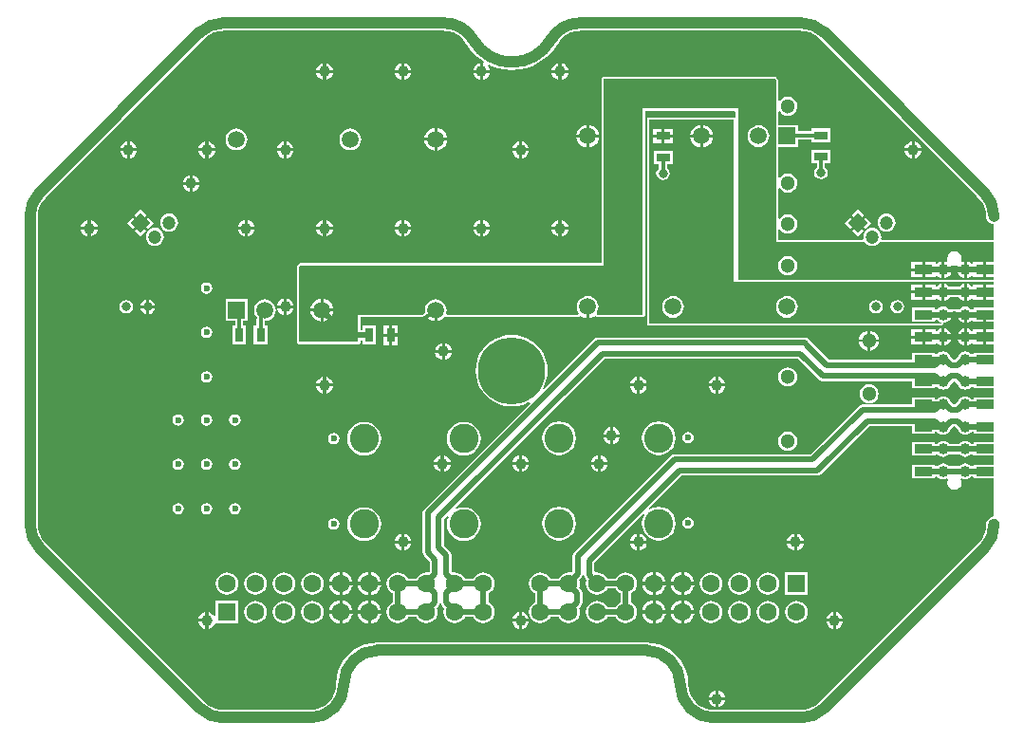
<source format=gbl>
G04*
G04 #@! TF.GenerationSoftware,Altium Limited,Altium Designer,20.1.10 (176)*
G04*
G04 Layer_Physical_Order=4*
G04 Layer_Color=16737819*
%FSAX42Y42*%
%MOMM*%
G71*
G04*
G04 #@! TF.SameCoordinates,FCFB62F1-B148-46F0-B019-BB0DAA43D111*
G04*
G04*
G04 #@! TF.FilePolarity,Positive*
G04*
G01*
G75*
%ADD11C,0.30*%
%ADD34C,1.00*%
%ADD35R,0.80X1.30*%
%ADD39C,0.50*%
%ADD41C,1.00*%
%ADD42C,1.20*%
%ADD43P,1.70X4X90.0*%
%ADD44C,1.52*%
%ADD45R,1.52X1.52*%
%ADD46C,1.60*%
%ADD47R,1.60X1.60*%
%ADD48C,2.60*%
%ADD49C,1.30*%
%ADD50C,6.00*%
%ADD51C,0.80*%
%ADD52C,4.00*%
%ADD53C,0.60*%
%ADD71R,1.63X0.81*%
%ADD72R,1.50X0.50*%
%ADD73R,1.30X0.80*%
G36*
X009148Y007362D02*
Y007362D01*
X009161Y007361D01*
X009193Y007358D01*
X009236Y007345D01*
X009276Y007324D01*
X009301Y007303D01*
X009310Y007295D01*
X009319Y007286D01*
X010726Y005879D01*
X010735Y005870D01*
X010743Y005861D01*
X010764Y005836D01*
X010785Y005796D01*
X010798Y005753D01*
X010802Y005709D01*
X010802Y005708D01*
X010802D01*
X010804Y005690D01*
X010811Y005673D01*
X010823Y005658D01*
X010837Y005647D01*
X010854Y005640D01*
X010872Y005638D01*
Y005497D01*
X010870Y005495D01*
X009873Y005495D01*
X009864Y005508D01*
X009866Y005523D01*
X009863Y005544D01*
X009855Y005563D01*
X009842Y005580D01*
X009826Y005593D01*
X009806Y005601D01*
X009785Y005604D01*
X009765Y005601D01*
X009745Y005593D01*
X009728Y005580D01*
X009716Y005563D01*
X009707Y005544D01*
X009705Y005523D01*
X009707Y005508D01*
X009697Y005495D01*
X008948Y005495D01*
Y005587D01*
X008961Y005591D01*
X008972Y005577D01*
X008990Y005563D01*
X009010Y005555D01*
X009032Y005552D01*
X009055Y005555D01*
X009075Y005563D01*
X009093Y005577D01*
X009107Y005595D01*
X009115Y005615D01*
X009118Y005638D01*
X009115Y005660D01*
X009107Y005680D01*
X009093Y005698D01*
X009075Y005712D01*
X009055Y005720D01*
X009032Y005723D01*
X009010Y005720D01*
X008990Y005712D01*
X008972Y005698D01*
X008961Y005684D01*
X008948Y005688D01*
Y005954D01*
X008961Y005959D01*
X008972Y005944D01*
X008990Y005931D01*
X009010Y005922D01*
X009032Y005919D01*
X009055Y005922D01*
X009075Y005931D01*
X009093Y005944D01*
X009107Y005962D01*
X009115Y005983D01*
X009118Y006005D01*
X009115Y006027D01*
X009107Y006048D01*
X009093Y006066D01*
X009075Y006079D01*
X009055Y006088D01*
X009032Y006091D01*
X009010Y006088D01*
X008990Y006079D01*
X008972Y006066D01*
X008961Y006051D01*
X008948Y006056D01*
X008948Y006326D01*
X009122D01*
Y006394D01*
X009245D01*
Y006370D01*
X009415D01*
Y006490D01*
X009245D01*
Y006466D01*
X009122D01*
Y006518D01*
X008948D01*
Y006639D01*
X008961Y006644D01*
X008972Y006629D01*
X008990Y006616D01*
X009010Y006607D01*
X009032Y006604D01*
X009055Y006607D01*
X009075Y006616D01*
X009093Y006629D01*
X009107Y006647D01*
X009115Y006668D01*
X009118Y006690D01*
X009115Y006712D01*
X009107Y006733D01*
X009093Y006751D01*
X009075Y006764D01*
X009055Y006773D01*
X009032Y006776D01*
X009010Y006773D01*
X008990Y006764D01*
X008972Y006751D01*
X008961Y006736D01*
X008948Y006741D01*
Y006921D01*
X008948Y006921D01*
X008946Y006929D01*
X008942Y006935D01*
X008942Y006935D01*
X008933Y006944D01*
X008933Y006944D01*
X008929Y006947D01*
X008926Y006949D01*
X008919Y006950D01*
X008607Y006950D01*
X007390Y006950D01*
X007382Y006949D01*
X007376Y006944D01*
X007371Y006938D01*
X007370Y006930D01*
X007370Y005300D01*
X007360Y005290D01*
X004684Y005290D01*
X004676Y005289D01*
X004670Y005284D01*
X004670Y005284D01*
X004661Y005275D01*
X004661Y005275D01*
X004656Y005269D01*
X004655Y005261D01*
Y004585D01*
X004656Y004577D01*
X004661Y004571D01*
X004667Y004566D01*
X004675Y004565D01*
X005200D01*
X005208Y004566D01*
X005214Y004571D01*
X005219Y004577D01*
X005220Y004585D01*
Y004599D01*
X005240D01*
Y004560D01*
X005360D01*
Y004730D01*
X005240D01*
Y004691D01*
X005220D01*
Y004810D01*
X005775D01*
X005777Y004810D01*
X005779Y004810D01*
X005781Y004811D01*
X005783Y004811D01*
X005784Y004812D01*
X005787Y004813D01*
X005797Y004821D01*
X005803Y004819D01*
X005819Y004798D01*
X005840Y004781D01*
X005865Y004771D01*
X005879Y004769D01*
Y004870D01*
X005904D01*
Y004769D01*
X005918Y004771D01*
X005943Y004781D01*
X005964Y004798D01*
X005969Y004805D01*
X005979Y004813D01*
X005981Y004812D01*
X005983Y004811D01*
X005985Y004811D01*
X005987Y004810D01*
X005989D01*
X005991Y004810D01*
X007164D01*
X007168Y004810D01*
X007171Y004811D01*
X007171Y004811D01*
X007172Y004811D01*
X007175Y004813D01*
X007178Y004815D01*
X007185Y004814D01*
X007192Y004813D01*
X007197Y004809D01*
X007221Y004799D01*
X007235Y004797D01*
Y004898D01*
X007261D01*
Y004797D01*
X007274Y004799D01*
X007299Y004809D01*
X007304Y004813D01*
X007311Y004814D01*
X007318Y004815D01*
X007321Y004813D01*
X007323Y004811D01*
X007324Y004811D01*
X007325Y004811D01*
X007328Y004810D01*
X007331Y004810D01*
X007740D01*
X007748Y004811D01*
X007754Y004816D01*
X007759Y004822D01*
X007760Y004830D01*
Y006650D01*
X008560Y006650D01*
X008570Y006640D01*
X008570Y006592D01*
X008566Y006590D01*
X008557Y006586D01*
X008553Y006589D01*
X008545Y006590D01*
X007795Y006590D01*
X007787Y006589D01*
X007781Y006584D01*
X007776Y006578D01*
X007775Y006570D01*
Y004750D01*
X007776Y004742D01*
X007781Y004735D01*
X007787Y004731D01*
X007795Y004729D01*
X010398D01*
X010400Y004730D01*
X010402Y004730D01*
X010404Y004731D01*
X010405Y004731D01*
X010407Y004732D01*
X010410Y004733D01*
X010411Y004734D01*
X010412Y004735D01*
X010413Y004737D01*
X010415Y004739D01*
X010415Y004741D01*
X010416Y004742D01*
X010417Y004744D01*
X010418Y004747D01*
X010419Y004754D01*
X010437Y004757D01*
X010456Y004765D01*
X010472Y004777D01*
X010484Y004792D01*
X010491Y004811D01*
X010492Y004818D01*
X010418D01*
Y004843D01*
X010492D01*
X010502Y004856D01*
X010534D01*
X010543Y004843D01*
X010618D01*
Y004830D01*
X010631D01*
Y004756D01*
X010637Y004757D01*
X010656Y004765D01*
X010672Y004777D01*
X010673Y004779D01*
X010686Y004778D01*
Y004764D01*
X010780D01*
Y004830D01*
X010805D01*
Y004764D01*
X010872D01*
Y004696D01*
X010805D01*
Y004630D01*
Y004564D01*
X010872D01*
Y004491D01*
X010692D01*
Y004475D01*
X010672D01*
X010668Y004480D01*
X010653Y004492D01*
X010636Y004499D01*
X010618Y004501D01*
X010600Y004499D01*
X010582Y004492D01*
X010568Y004480D01*
X010557Y004466D01*
X010550Y004451D01*
X010526Y004426D01*
X010510D01*
X010485Y004451D01*
X010479Y004466D01*
X010468Y004480D01*
X010453Y004492D01*
X010436Y004499D01*
X010418Y004501D01*
X010400Y004499D01*
X010382Y004492D01*
X010368Y004480D01*
X010364Y004475D01*
X010344D01*
Y004491D01*
X010142D01*
Y004426D01*
X009401D01*
X009245Y004582D01*
X009216Y004612D01*
X009201Y004622D01*
X009183Y004625D01*
X007338D01*
X007320Y004622D01*
X007305Y004612D01*
X006860Y004166D01*
X006850Y004174D01*
X006856Y004184D01*
X006875Y004231D01*
X006887Y004280D01*
X006891Y004330D01*
X006887Y004380D01*
X006875Y004429D01*
X006856Y004476D01*
X006829Y004519D01*
X006797Y004557D01*
X006758Y004590D01*
X006715Y004616D01*
X006669Y004635D01*
X006620Y004647D01*
X006570Y004651D01*
X006520Y004647D01*
X006471Y004635D01*
X006424Y004616D01*
X006381Y004590D01*
X006343Y004557D01*
X006310Y004519D01*
X006284Y004476D01*
X006264Y004429D01*
X006253Y004380D01*
X006249Y004330D01*
X006253Y004280D01*
X006264Y004231D01*
X006284Y004184D01*
X006310Y004141D01*
X006343Y004103D01*
X006381Y004070D01*
X006424Y004044D01*
X006471Y004025D01*
X006520Y004013D01*
X006570Y004009D01*
X006620Y004013D01*
X006669Y004025D01*
X006715Y004044D01*
X006726Y004050D01*
X006734Y004040D01*
X005788Y003094D01*
X005778Y003079D01*
X005774Y003061D01*
Y002708D01*
X005778Y002690D01*
X005788Y002675D01*
X005839Y002624D01*
Y002538D01*
X005828Y002528D01*
X005808Y002531D01*
X005782Y002527D01*
X005757Y002517D01*
X005736Y002501D01*
X005720Y002480D01*
X005718Y002476D01*
X005643D01*
X005641Y002480D01*
X005625Y002501D01*
X005604Y002517D01*
X005580Y002527D01*
X005554Y002531D01*
X005528Y002527D01*
X005503Y002517D01*
X005482Y002501D01*
X005466Y002480D01*
X005456Y002456D01*
X005453Y002430D01*
X005456Y002404D01*
X005466Y002380D01*
X005482Y002359D01*
X005503Y002343D01*
X005508Y002341D01*
Y002265D01*
X005503Y002263D01*
X005482Y002247D01*
X005466Y002226D01*
X005456Y002202D01*
X005453Y002176D01*
X005456Y002150D01*
X005466Y002126D01*
X005482Y002105D01*
X005503Y002089D01*
X005528Y002079D01*
X005554Y002075D01*
X005580Y002079D01*
X005604Y002089D01*
X005625Y002105D01*
X005641Y002126D01*
X005643Y002130D01*
X005718D01*
X005720Y002126D01*
X005736Y002105D01*
X005757Y002089D01*
X005782Y002079D01*
X005808Y002075D01*
X005834Y002079D01*
X005858Y002089D01*
X005879Y002105D01*
X005895Y002126D01*
X005905Y002150D01*
X005909Y002176D01*
X005905Y002202D01*
X005901Y002212D01*
X005917Y002228D01*
X005927Y002243D01*
X005928Y002248D01*
X005941D01*
X005942Y002243D01*
X005952Y002228D01*
X005968Y002212D01*
X005964Y002202D01*
X005961Y002176D01*
X005964Y002150D01*
X005974Y002126D01*
X005990Y002105D01*
X006011Y002089D01*
X006036Y002079D01*
X006062Y002075D01*
X006088Y002079D01*
X006112Y002089D01*
X006133Y002105D01*
X006149Y002126D01*
X006151Y002130D01*
X006226D01*
X006228Y002126D01*
X006244Y002105D01*
X006265Y002089D01*
X006290Y002079D01*
X006316Y002075D01*
X006342Y002079D01*
X006366Y002089D01*
X006387Y002105D01*
X006403Y002126D01*
X006413Y002150D01*
X006417Y002176D01*
X006413Y002202D01*
X006403Y002226D01*
X006387Y002247D01*
X006366Y002263D01*
X006362Y002265D01*
Y002341D01*
X006366Y002343D01*
X006387Y002359D01*
X006403Y002380D01*
X006413Y002404D01*
X006417Y002430D01*
X006413Y002456D01*
X006403Y002480D01*
X006387Y002501D01*
X006366Y002517D01*
X006342Y002527D01*
X006316Y002531D01*
X006290Y002527D01*
X006265Y002517D01*
X006244Y002501D01*
X006228Y002480D01*
X006226Y002476D01*
X006151D01*
X006149Y002480D01*
X006133Y002501D01*
X006112Y002517D01*
X006088Y002527D01*
X006062Y002531D01*
X006041Y002528D01*
X006031Y002538D01*
Y002685D01*
X006027Y002702D01*
X006017Y002717D01*
X005966Y002768D01*
Y003001D01*
X005995Y003030D01*
X006006Y003022D01*
X005996Y002999D01*
X005991Y002960D01*
X005996Y002921D01*
X006011Y002884D01*
X006035Y002853D01*
X006067Y002829D01*
X006103Y002814D01*
X006142Y002809D01*
X006181Y002814D01*
X006218Y002829D01*
X006249Y002853D01*
X006273Y002884D01*
X006288Y002921D01*
X006293Y002960D01*
X006288Y002999D01*
X006273Y003036D01*
X006249Y003067D01*
X006218Y003091D01*
X006181Y003106D01*
X006142Y003111D01*
X006103Y003106D01*
X006080Y003096D01*
X006072Y003108D01*
X007398Y004433D01*
X009123D01*
X009308Y004248D01*
X009323Y004238D01*
X009341Y004235D01*
X010142D01*
Y004170D01*
X010344D01*
Y004185D01*
X010364D01*
X010368Y004180D01*
X010382Y004169D01*
X010400Y004162D01*
X010418Y004160D01*
X010436Y004162D01*
X010453Y004169D01*
X010468Y004180D01*
X010479Y004195D01*
X010485Y004210D01*
X010510Y004235D01*
X010526D01*
X010550Y004210D01*
X010557Y004195D01*
X010568Y004180D01*
X010582Y004169D01*
X010600Y004162D01*
X010618Y004160D01*
X010636Y004162D01*
X010653Y004169D01*
X010668Y004180D01*
X010672Y004185D01*
X010692D01*
Y004170D01*
X010872D01*
Y004091D01*
X010692D01*
Y004075D01*
X010672D01*
X010668Y004080D01*
X010653Y004092D01*
X010636Y004099D01*
X010618Y004101D01*
X010600Y004099D01*
X010582Y004092D01*
X010568Y004080D01*
X010557Y004066D01*
X010550Y004051D01*
X010526Y004026D01*
X010510D01*
X010485Y004051D01*
X010479Y004066D01*
X010468Y004080D01*
X010453Y004092D01*
X010436Y004099D01*
X010418Y004101D01*
X010400Y004099D01*
X010382Y004092D01*
X010368Y004080D01*
X010364Y004075D01*
X010344D01*
Y004091D01*
X010142D01*
Y004026D01*
X009698D01*
X009680Y004023D01*
X009665Y004013D01*
X009236Y003583D01*
X008022D01*
X008004Y003580D01*
X007989Y003570D01*
X007126Y002706D01*
X007116Y002691D01*
X007112Y002674D01*
Y002634D01*
X007111Y002629D01*
Y002538D01*
X007109Y002536D01*
X007099Y002528D01*
X007078Y002531D01*
X007052Y002527D01*
X007027Y002517D01*
X007006Y002501D01*
X006990Y002480D01*
X006988Y002476D01*
X006913D01*
X006911Y002480D01*
X006895Y002501D01*
X006874Y002517D01*
X006850Y002527D01*
X006824Y002531D01*
X006798Y002527D01*
X006773Y002517D01*
X006752Y002501D01*
X006736Y002480D01*
X006726Y002456D01*
X006723Y002430D01*
X006726Y002404D01*
X006736Y002380D01*
X006752Y002359D01*
X006773Y002343D01*
X006778Y002341D01*
Y002265D01*
X006773Y002263D01*
X006752Y002247D01*
X006736Y002226D01*
X006726Y002202D01*
X006723Y002176D01*
X006726Y002150D01*
X006736Y002126D01*
X006752Y002105D01*
X006773Y002089D01*
X006798Y002079D01*
X006824Y002075D01*
X006850Y002079D01*
X006874Y002089D01*
X006895Y002105D01*
X006911Y002126D01*
X006913Y002130D01*
X006988D01*
X006990Y002126D01*
X007006Y002105D01*
X007027Y002089D01*
X007052Y002079D01*
X007078Y002075D01*
X007104Y002079D01*
X007128Y002089D01*
X007149Y002105D01*
X007165Y002126D01*
X007175Y002150D01*
X007179Y002176D01*
X007175Y002202D01*
X007171Y002212D01*
X007187Y002228D01*
X007197Y002243D01*
X007201Y002260D01*
Y002346D01*
X007197Y002363D01*
X007187Y002378D01*
X007171Y002394D01*
X007175Y002404D01*
X007179Y002430D01*
X007175Y002456D01*
X007173Y002461D01*
X007185Y002472D01*
X007187Y002476D01*
X007190Y002478D01*
X007192Y002483D01*
X007195Y002487D01*
X007196Y002491D01*
X007197Y002495D01*
X007200Y002507D01*
X007213Y002506D01*
Y002503D01*
X007217Y002485D01*
X007227Y002470D01*
X007236Y002461D01*
X007234Y002456D01*
X007231Y002430D01*
X007234Y002404D01*
X007244Y002380D01*
X007260Y002359D01*
X007281Y002343D01*
X007306Y002333D01*
X007332Y002329D01*
X007358Y002333D01*
X007382Y002343D01*
X007403Y002359D01*
X007419Y002380D01*
X007421Y002384D01*
X007496D01*
X007498Y002380D01*
X007514Y002359D01*
X007535Y002343D01*
X007540Y002341D01*
Y002265D01*
X007535Y002263D01*
X007514Y002247D01*
X007498Y002226D01*
X007496Y002222D01*
X007421D01*
X007419Y002226D01*
X007403Y002247D01*
X007382Y002263D01*
X007358Y002273D01*
X007332Y002277D01*
X007306Y002273D01*
X007281Y002263D01*
X007260Y002247D01*
X007244Y002226D01*
X007234Y002202D01*
X007231Y002176D01*
X007234Y002150D01*
X007244Y002126D01*
X007260Y002105D01*
X007281Y002089D01*
X007306Y002079D01*
X007332Y002075D01*
X007358Y002079D01*
X007382Y002089D01*
X007403Y002105D01*
X007419Y002126D01*
X007421Y002130D01*
X007496D01*
X007498Y002126D01*
X007514Y002105D01*
X007535Y002089D01*
X007560Y002079D01*
X007586Y002075D01*
X007612Y002079D01*
X007636Y002089D01*
X007657Y002105D01*
X007673Y002126D01*
X007683Y002150D01*
X007687Y002176D01*
X007683Y002202D01*
X007673Y002226D01*
X007657Y002247D01*
X007636Y002263D01*
X007632Y002265D01*
Y002341D01*
X007636Y002343D01*
X007657Y002359D01*
X007673Y002380D01*
X007683Y002404D01*
X007687Y002430D01*
X007683Y002456D01*
X007673Y002480D01*
X007657Y002501D01*
X007636Y002517D01*
X007612Y002527D01*
X007586Y002531D01*
X007560Y002527D01*
X007535Y002517D01*
X007514Y002501D01*
X007498Y002480D01*
X007496Y002476D01*
X007421D01*
X007419Y002480D01*
X007403Y002501D01*
X007382Y002517D01*
X007358Y002527D01*
X007332Y002531D01*
X007318Y002529D01*
X007305Y002540D01*
Y002590D01*
X007304Y002595D01*
Y002613D01*
X007744Y003053D01*
X007754Y003045D01*
X007750Y003040D01*
X007735Y003004D01*
X007730Y002965D01*
X007735Y002926D01*
X007750Y002889D01*
X007775Y002858D01*
X007806Y002834D01*
X007842Y002819D01*
X007882Y002813D01*
X007921Y002819D01*
X007957Y002834D01*
X007988Y002858D01*
X008013Y002889D01*
X008028Y002926D01*
X008033Y002965D01*
X008028Y003004D01*
X008013Y003040D01*
X007988Y003072D01*
X007957Y003096D01*
X007921Y003111D01*
X007882Y003116D01*
X007842Y003111D01*
X007806Y003096D01*
X007801Y003092D01*
X007793Y003102D01*
X008082Y003392D01*
X009296D01*
X009314Y003395D01*
X009329Y003405D01*
X009758Y003835D01*
X010142D01*
Y003770D01*
X010344D01*
Y003785D01*
X010364D01*
X010368Y003780D01*
X010382Y003769D01*
X010400Y003762D01*
X010418Y003760D01*
X010436Y003762D01*
X010453Y003769D01*
X010468Y003780D01*
X010479Y003795D01*
X010485Y003810D01*
X010510Y003835D01*
X010526D01*
X010550Y003810D01*
X010557Y003795D01*
X010568Y003780D01*
X010582Y003769D01*
X010600Y003762D01*
X010618Y003760D01*
X010636Y003762D01*
X010653Y003769D01*
X010668Y003780D01*
X010672Y003785D01*
X010692D01*
Y003770D01*
X010872D01*
Y003691D01*
X010692D01*
Y003687D01*
X010683Y003677D01*
X010670Y003677D01*
X010668Y003680D01*
X010653Y003692D01*
X010636Y003699D01*
X010618Y003701D01*
X010600Y003699D01*
X010582Y003692D01*
X010568Y003680D01*
X010565Y003676D01*
X010471D01*
X010468Y003680D01*
X010453Y003692D01*
X010436Y003699D01*
X010418Y003701D01*
X010400Y003699D01*
X010382Y003692D01*
X010368Y003680D01*
X010365Y003677D01*
X010352Y003677D01*
X010344Y003687D01*
Y003691D01*
X010142D01*
Y003570D01*
X010344D01*
Y003574D01*
X010352Y003584D01*
X010365Y003584D01*
X010368Y003580D01*
X010382Y003569D01*
X010400Y003562D01*
X010418Y003560D01*
X010436Y003562D01*
X010453Y003569D01*
X010468Y003580D01*
X010471Y003585D01*
X010565D01*
X010568Y003580D01*
X010582Y003569D01*
X010600Y003562D01*
X010618Y003560D01*
X010636Y003562D01*
X010653Y003569D01*
X010668Y003580D01*
X010670Y003584D01*
X010683Y003584D01*
X010692Y003574D01*
Y003570D01*
X010872D01*
Y003491D01*
X010692D01*
Y003487D01*
X010683Y003477D01*
X010670Y003477D01*
X010668Y003480D01*
X010653Y003492D01*
X010636Y003499D01*
X010618Y003501D01*
X010600Y003499D01*
X010582Y003492D01*
X010568Y003480D01*
X010565Y003476D01*
X010471D01*
X010468Y003480D01*
X010453Y003492D01*
X010436Y003499D01*
X010418Y003501D01*
X010400Y003499D01*
X010382Y003492D01*
X010368Y003480D01*
X010365Y003477D01*
X010352Y003477D01*
X010344Y003487D01*
Y003491D01*
X010142D01*
Y003370D01*
X010344D01*
Y003374D01*
X010352Y003384D01*
X010365Y003384D01*
X010368Y003380D01*
X010382Y003369D01*
X010400Y003362D01*
X010418Y003360D01*
X010436Y003362D01*
X010453Y003369D01*
X010462Y003360D01*
X010459Y003355D01*
X010454Y003330D01*
X010459Y003306D01*
X010473Y003285D01*
X010493Y003272D01*
X010518Y003267D01*
X010542Y003272D01*
X010563Y003285D01*
X010577Y003306D01*
X010582Y003330D01*
X010577Y003355D01*
X010573Y003360D01*
X010582Y003369D01*
X010600Y003362D01*
X010618Y003360D01*
X010636Y003362D01*
X010653Y003369D01*
X010668Y003380D01*
X010670Y003384D01*
X010683Y003384D01*
X010692Y003374D01*
Y003370D01*
X010872D01*
Y003027D01*
X010854Y003025D01*
X010837Y003018D01*
X010823Y003007D01*
X010811Y002992D01*
X010804Y002975D01*
X010802Y002957D01*
X010802D01*
X010802Y002956D01*
X010798Y002912D01*
X010785Y002869D01*
X010764Y002829D01*
X010743Y002804D01*
X010735Y002795D01*
X010726Y002785D01*
X009310Y001370D01*
X009310Y001370D01*
X009301Y001362D01*
X009276Y001341D01*
X009236Y001320D01*
X009193Y001307D01*
X009150Y001303D01*
X009148Y001303D01*
X008372D01*
X008371Y001303D01*
X008328Y001307D01*
X008285Y001320D01*
X008245Y001341D01*
X008210Y001370D01*
X008181Y001405D01*
X008160Y001445D01*
X008147Y001488D01*
X008144Y001520D01*
X008144Y001532D01*
X008144D01*
X008139Y001591D01*
X008125Y001647D01*
X008103Y001701D01*
X008073Y001751D01*
X008035Y001795D01*
X007991Y001833D01*
X007941Y001863D01*
X007887Y001885D01*
X007831Y001899D01*
X007772Y001904D01*
Y001903D01*
X005372D01*
Y001904D01*
X005314Y001899D01*
X005258Y001885D01*
X005204Y001863D01*
X005154Y001833D01*
X005110Y001795D01*
X005072Y001751D01*
X005042Y001701D01*
X005020Y001647D01*
X005006Y001591D01*
X005001Y001532D01*
X005001D01*
X005001Y001520D01*
X004998Y001488D01*
X004985Y001445D01*
X004964Y001405D01*
X004935Y001370D01*
X004900Y001341D01*
X004860Y001320D01*
X004817Y001307D01*
X004774Y001303D01*
X004772Y001303D01*
X003997D01*
X003995Y001303D01*
X003952Y001307D01*
X003909Y001320D01*
X003869Y001341D01*
X003836Y001369D01*
X003835Y001370D01*
X002419Y002785D01*
X002410Y002795D01*
X002402Y002804D01*
X002381Y002829D01*
X002360Y002869D01*
X002347Y002912D01*
X002344Y002944D01*
X002343Y002957D01*
X002343Y002957D01*
X002343Y002970D01*
Y005695D01*
X002343Y005695D01*
X002343Y005708D01*
X002344Y005721D01*
X002347Y005753D01*
X002360Y005796D01*
X002381Y005836D01*
X002402Y005861D01*
X002410Y005870D01*
X002410Y005870D01*
X003835Y007295D01*
X003835Y007295D01*
X003835Y007295D01*
X003844Y007303D01*
X003869Y007324D01*
X003909Y007345D01*
X003952Y007358D01*
X003984Y007361D01*
X003997Y007362D01*
X003997Y007362D01*
X004010Y007362D01*
X005953D01*
X005954Y007362D01*
X005966Y007362D01*
X005979Y007361D01*
X006011Y007358D01*
X006054Y007345D01*
X006094Y007324D01*
X006129Y007295D01*
X006157Y007260D01*
X006164Y007247D01*
X006165Y007247D01*
X006199Y007196D01*
X006239Y007149D01*
X006286Y007109D01*
X006319Y007087D01*
X006314Y007074D01*
X006313Y007074D01*
Y007013D01*
X006374D01*
X006373Y007020D01*
X006366Y007038D01*
X006356Y007051D01*
X006365Y007061D01*
X006392Y007047D01*
X006451Y007028D01*
X006511Y007016D01*
X006572Y007011D01*
X006634Y007016D01*
X006694Y007028D01*
X006753Y007047D01*
X006808Y007075D01*
X006859Y007109D01*
X006906Y007149D01*
X006946Y007196D01*
X006980Y007247D01*
X006981Y007247D01*
X006988Y007260D01*
X007016Y007295D01*
X007051Y007324D01*
X007091Y007345D01*
X007134Y007358D01*
X007166Y007361D01*
X007179Y007362D01*
X007179Y007362D01*
X007191Y007362D01*
X009135D01*
X009148Y007362D01*
D02*
G37*
G36*
X008928Y006921D02*
X008928Y005475D01*
X009721Y005475D01*
X009728Y005466D01*
X009745Y005453D01*
X009765Y005445D01*
X009785Y005442D01*
X009806Y005445D01*
X009826Y005453D01*
X009842Y005466D01*
X009849Y005475D01*
X010870Y005475D01*
X010870Y005296D01*
X010805D01*
Y005230D01*
Y005164D01*
X010870D01*
Y005140D01*
X008590D01*
X008590Y006535D01*
X008590Y006670D01*
X007740Y006670D01*
Y004830D01*
X007331D01*
X007326Y004841D01*
X007332Y004849D01*
X007342Y004873D01*
X007345Y004898D01*
X007342Y004923D01*
X007332Y004946D01*
X007316Y004967D01*
X007296Y004982D01*
X007273Y004992D01*
X007248Y004995D01*
X007223Y004992D01*
X007199Y004982D01*
X007179Y004967D01*
X007164Y004946D01*
X007154Y004923D01*
X007151Y004898D01*
X007154Y004873D01*
X007164Y004849D01*
X007170Y004841D01*
X007164Y004830D01*
X005991D01*
X005984Y004841D01*
X005985Y004845D01*
X005989Y004870D01*
X005985Y004895D01*
X005976Y004919D01*
X005960Y004939D01*
X005940Y004954D01*
X005917Y004964D01*
X005892Y004967D01*
X005866Y004964D01*
X005843Y004954D01*
X005823Y004939D01*
X005808Y004919D01*
X005798Y004895D01*
X005795Y004870D01*
X005798Y004846D01*
X005775Y004830D01*
X005200D01*
Y004585D01*
X004675D01*
Y005261D01*
X004684Y005270D01*
X007390Y005270D01*
X007390Y006930D01*
X008607Y006930D01*
X008919Y006930D01*
X008928Y006921D01*
D02*
G37*
G36*
X008545Y006570D02*
Y005120D01*
X010870D01*
Y005096D01*
X010805D01*
Y005030D01*
Y004964D01*
X010870D01*
Y004891D01*
X010692D01*
Y004887D01*
X010683Y004876D01*
X010671Y004877D01*
X010668Y004880D01*
X010653Y004892D01*
X010636Y004899D01*
X010618Y004901D01*
X010600Y004899D01*
X010582Y004892D01*
X010568Y004880D01*
X010565Y004876D01*
X010471D01*
X010468Y004880D01*
X010453Y004892D01*
X010436Y004899D01*
X010418Y004901D01*
X010400Y004899D01*
X010382Y004892D01*
X010368Y004880D01*
X010365Y004877D01*
X010353Y004876D01*
X010344Y004887D01*
Y004891D01*
X010142D01*
Y004770D01*
X010344D01*
Y004774D01*
X010353Y004784D01*
X010365Y004784D01*
X010368Y004780D01*
X010382Y004769D01*
X010400Y004762D01*
X010398Y004750D01*
X007795D01*
Y006570D01*
X008545Y006570D01*
D02*
G37*
%LPC*%
G36*
X007013Y007074D02*
Y007013D01*
X007074D01*
X007073Y007020D01*
X007066Y007038D01*
X007054Y007054D01*
X007038Y007066D01*
X007020Y007073D01*
X007013Y007074D01*
D02*
G37*
G36*
X006987D02*
X006980Y007073D01*
X006962Y007066D01*
X006946Y007054D01*
X006934Y007038D01*
X006927Y007020D01*
X006926Y007013D01*
X006987D01*
Y007074D01*
D02*
G37*
G36*
X006287D02*
X006280Y007073D01*
X006262Y007066D01*
X006246Y007054D01*
X006234Y007038D01*
X006227Y007020D01*
X006226Y007013D01*
X006287D01*
Y007074D01*
D02*
G37*
G36*
X005613D02*
Y007013D01*
X005674D01*
X005673Y007020D01*
X005666Y007038D01*
X005654Y007054D01*
X005638Y007066D01*
X005620Y007073D01*
X005613Y007074D01*
D02*
G37*
G36*
X005587D02*
X005580Y007073D01*
X005562Y007066D01*
X005546Y007054D01*
X005534Y007038D01*
X005527Y007020D01*
X005526Y007013D01*
X005587D01*
Y007074D01*
D02*
G37*
G36*
X004913D02*
Y007013D01*
X004974D01*
X004973Y007020D01*
X004966Y007038D01*
X004954Y007054D01*
X004938Y007066D01*
X004920Y007073D01*
X004913Y007074D01*
D02*
G37*
G36*
X004887D02*
X004880Y007073D01*
X004862Y007066D01*
X004846Y007054D01*
X004834Y007038D01*
X004827Y007020D01*
X004826Y007013D01*
X004887D01*
Y007074D01*
D02*
G37*
G36*
X007074Y006987D02*
X007013D01*
Y006926D01*
X007020Y006927D01*
X007038Y006934D01*
X007054Y006946D01*
X007066Y006962D01*
X007073Y006980D01*
X007074Y006987D01*
D02*
G37*
G36*
X006987D02*
X006926D01*
X006927Y006980D01*
X006934Y006962D01*
X006946Y006946D01*
X006962Y006934D01*
X006980Y006927D01*
X006987Y006926D01*
Y006987D01*
D02*
G37*
G36*
X006374D02*
X006313D01*
Y006926D01*
X006320Y006927D01*
X006338Y006934D01*
X006354Y006946D01*
X006366Y006962D01*
X006373Y006980D01*
X006374Y006987D01*
D02*
G37*
G36*
X006287D02*
X006226D01*
X006227Y006980D01*
X006234Y006962D01*
X006246Y006946D01*
X006262Y006934D01*
X006280Y006927D01*
X006287Y006926D01*
Y006987D01*
D02*
G37*
G36*
X005674D02*
X005613D01*
Y006926D01*
X005620Y006927D01*
X005638Y006934D01*
X005654Y006946D01*
X005666Y006962D01*
X005673Y006980D01*
X005674Y006987D01*
D02*
G37*
G36*
X005587D02*
X005526D01*
X005527Y006980D01*
X005534Y006962D01*
X005546Y006946D01*
X005562Y006934D01*
X005580Y006927D01*
X005587Y006926D01*
Y006987D01*
D02*
G37*
G36*
X004974D02*
X004913D01*
Y006926D01*
X004920Y006927D01*
X004938Y006934D01*
X004954Y006946D01*
X004966Y006962D01*
X004973Y006980D01*
X004974Y006987D01*
D02*
G37*
G36*
X004887D02*
X004826D01*
X004827Y006980D01*
X004834Y006962D01*
X004846Y006946D01*
X004862Y006934D01*
X004880Y006927D01*
X004887Y006926D01*
Y006987D01*
D02*
G37*
G36*
X007261Y006523D02*
Y006435D01*
X007349D01*
X007347Y006448D01*
X007337Y006473D01*
X007320Y006494D01*
X007299Y006511D01*
X007274Y006521D01*
X007261Y006523D01*
D02*
G37*
G36*
X007235Y006523D02*
X007221Y006521D01*
X007197Y006511D01*
X007175Y006494D01*
X007159Y006473D01*
X007149Y006448D01*
X007147Y006435D01*
X007235D01*
Y006523D01*
D02*
G37*
G36*
X005904Y006495D02*
Y006407D01*
X005992D01*
X005991Y006421D01*
X005980Y006445D01*
X005964Y006466D01*
X005943Y006483D01*
X005918Y006493D01*
X005904Y006495D01*
D02*
G37*
G36*
X005879D02*
X005865Y006493D01*
X005840Y006483D01*
X005819Y006466D01*
X005803Y006445D01*
X005793Y006421D01*
X005791Y006407D01*
X005879D01*
Y006495D01*
D02*
G37*
G36*
X007349Y006409D02*
X007261D01*
Y006321D01*
X007274Y006323D01*
X007299Y006333D01*
X007320Y006349D01*
X007337Y006371D01*
X007347Y006395D01*
X007349Y006409D01*
D02*
G37*
G36*
X007235D02*
X007147D01*
X007149Y006395D01*
X007159Y006371D01*
X007175Y006349D01*
X007197Y006333D01*
X007221Y006323D01*
X007235Y006321D01*
Y006409D01*
D02*
G37*
G36*
X010163Y006374D02*
Y006313D01*
X010224D01*
X010223Y006320D01*
X010216Y006338D01*
X010204Y006354D01*
X010188Y006366D01*
X010170Y006373D01*
X010163Y006374D01*
D02*
G37*
G36*
X010137D02*
X010130Y006373D01*
X010112Y006366D01*
X010096Y006354D01*
X010084Y006338D01*
X010077Y006320D01*
X010076Y006313D01*
X010137D01*
Y006374D01*
D02*
G37*
G36*
X006663D02*
Y006313D01*
X006724D01*
X006723Y006320D01*
X006716Y006338D01*
X006704Y006354D01*
X006688Y006366D01*
X006670Y006373D01*
X006663Y006374D01*
D02*
G37*
G36*
X006637D02*
X006630Y006373D01*
X006612Y006366D01*
X006596Y006354D01*
X006584Y006338D01*
X006577Y006320D01*
X006576Y006313D01*
X006637D01*
Y006374D01*
D02*
G37*
G36*
X004563D02*
Y006313D01*
X004624D01*
X004623Y006320D01*
X004616Y006338D01*
X004604Y006354D01*
X004588Y006366D01*
X004570Y006373D01*
X004563Y006374D01*
D02*
G37*
G36*
X004537D02*
X004530Y006373D01*
X004512Y006366D01*
X004496Y006354D01*
X004484Y006338D01*
X004477Y006320D01*
X004476Y006313D01*
X004537D01*
Y006374D01*
D02*
G37*
G36*
X003863D02*
Y006313D01*
X003924D01*
X003923Y006320D01*
X003916Y006338D01*
X003904Y006354D01*
X003888Y006366D01*
X003870Y006373D01*
X003863Y006374D01*
D02*
G37*
G36*
X003837D02*
X003830Y006373D01*
X003812Y006366D01*
X003796Y006354D01*
X003784Y006338D01*
X003777Y006320D01*
X003776Y006313D01*
X003837D01*
Y006374D01*
D02*
G37*
G36*
X003163D02*
Y006313D01*
X003224D01*
X003223Y006320D01*
X003216Y006338D01*
X003204Y006354D01*
X003188Y006366D01*
X003170Y006373D01*
X003163Y006374D01*
D02*
G37*
G36*
X003137D02*
X003130Y006373D01*
X003112Y006366D01*
X003096Y006354D01*
X003084Y006338D01*
X003077Y006320D01*
X003076Y006313D01*
X003137D01*
Y006374D01*
D02*
G37*
G36*
X005130Y006491D02*
X005104Y006488D01*
X005081Y006478D01*
X005061Y006463D01*
X005046Y006443D01*
X005036Y006419D01*
X005033Y006394D01*
X005036Y006369D01*
X005046Y006345D01*
X005061Y006325D01*
X005081Y006310D01*
X005104Y006300D01*
X005130Y006297D01*
X005155Y006300D01*
X005178Y006310D01*
X005198Y006325D01*
X005214Y006345D01*
X005223Y006369D01*
X005227Y006394D01*
X005223Y006419D01*
X005214Y006443D01*
X005198Y006463D01*
X005178Y006478D01*
X005155Y006488D01*
X005130Y006491D01*
D02*
G37*
G36*
X004114D02*
X004088Y006488D01*
X004065Y006478D01*
X004045Y006463D01*
X004030Y006443D01*
X004020Y006419D01*
X004017Y006394D01*
X004020Y006369D01*
X004030Y006345D01*
X004045Y006325D01*
X004065Y006310D01*
X004088Y006300D01*
X004114Y006297D01*
X004139Y006300D01*
X004162Y006310D01*
X004182Y006325D01*
X004198Y006345D01*
X004207Y006369D01*
X004211Y006394D01*
X004207Y006419D01*
X004198Y006443D01*
X004182Y006463D01*
X004162Y006478D01*
X004139Y006488D01*
X004114Y006491D01*
D02*
G37*
G36*
X005992Y006381D02*
X005904D01*
Y006293D01*
X005918Y006295D01*
X005943Y006305D01*
X005964Y006322D01*
X005980Y006343D01*
X005991Y006367D01*
X005992Y006381D01*
D02*
G37*
G36*
X005879D02*
X005791D01*
X005793Y006367D01*
X005803Y006343D01*
X005819Y006322D01*
X005840Y006305D01*
X005865Y006295D01*
X005879Y006293D01*
Y006381D01*
D02*
G37*
G36*
X010224Y006287D02*
X010163D01*
Y006226D01*
X010170Y006227D01*
X010188Y006234D01*
X010204Y006246D01*
X010216Y006262D01*
X010223Y006280D01*
X010224Y006287D01*
D02*
G37*
G36*
X010137D02*
X010076D01*
X010077Y006280D01*
X010084Y006262D01*
X010096Y006246D01*
X010112Y006234D01*
X010130Y006227D01*
X010137Y006226D01*
Y006287D01*
D02*
G37*
G36*
X006724D02*
X006663D01*
Y006226D01*
X006670Y006227D01*
X006688Y006234D01*
X006704Y006246D01*
X006716Y006262D01*
X006723Y006280D01*
X006724Y006287D01*
D02*
G37*
G36*
X006637D02*
X006576D01*
X006577Y006280D01*
X006584Y006262D01*
X006596Y006246D01*
X006612Y006234D01*
X006630Y006227D01*
X006637Y006226D01*
Y006287D01*
D02*
G37*
G36*
X004624D02*
X004563D01*
Y006226D01*
X004570Y006227D01*
X004588Y006234D01*
X004604Y006246D01*
X004616Y006262D01*
X004623Y006280D01*
X004624Y006287D01*
D02*
G37*
G36*
X004537D02*
X004476D01*
X004477Y006280D01*
X004484Y006262D01*
X004496Y006246D01*
X004512Y006234D01*
X004530Y006227D01*
X004537Y006226D01*
Y006287D01*
D02*
G37*
G36*
X003924D02*
X003863D01*
Y006226D01*
X003870Y006227D01*
X003888Y006234D01*
X003904Y006246D01*
X003916Y006262D01*
X003923Y006280D01*
X003924Y006287D01*
D02*
G37*
G36*
X003837D02*
X003776D01*
X003777Y006280D01*
X003784Y006262D01*
X003796Y006246D01*
X003812Y006234D01*
X003830Y006227D01*
X003837Y006226D01*
Y006287D01*
D02*
G37*
G36*
X003224D02*
X003163D01*
Y006226D01*
X003170Y006227D01*
X003188Y006234D01*
X003204Y006246D01*
X003216Y006262D01*
X003223Y006280D01*
X003224Y006287D01*
D02*
G37*
G36*
X003137D02*
X003076D01*
X003077Y006280D01*
X003084Y006262D01*
X003096Y006246D01*
X003112Y006234D01*
X003130Y006227D01*
X003137Y006226D01*
Y006287D01*
D02*
G37*
G36*
X009415Y006300D02*
X009245D01*
Y006180D01*
X009294D01*
Y006146D01*
X009287Y006141D01*
X009273Y006121D01*
X009269Y006097D01*
X009273Y006074D01*
X009287Y006054D01*
X009307Y006041D01*
X009330Y006036D01*
X009353Y006041D01*
X009373Y006054D01*
X009387Y006074D01*
X009391Y006097D01*
X009387Y006121D01*
X009373Y006141D01*
X009366Y006146D01*
Y006180D01*
X009415D01*
Y006300D01*
D02*
G37*
G36*
X003723Y006074D02*
Y006013D01*
X003784D01*
X003783Y006020D01*
X003776Y006038D01*
X003764Y006054D01*
X003748Y006066D01*
X003730Y006073D01*
X003723Y006074D01*
D02*
G37*
G36*
X003697D02*
X003690Y006073D01*
X003672Y006066D01*
X003656Y006054D01*
X003644Y006038D01*
X003637Y006020D01*
X003636Y006013D01*
X003697D01*
Y006074D01*
D02*
G37*
G36*
X003784Y005987D02*
X003723D01*
Y005926D01*
X003730Y005927D01*
X003748Y005934D01*
X003764Y005946D01*
X003776Y005962D01*
X003783Y005980D01*
X003784Y005987D01*
D02*
G37*
G36*
X003697D02*
X003636D01*
X003637Y005980D01*
X003644Y005962D01*
X003656Y005946D01*
X003672Y005934D01*
X003690Y005927D01*
X003697Y005926D01*
Y005987D01*
D02*
G37*
G36*
X009658Y005771D02*
X009607Y005719D01*
X009658Y005668D01*
X009710Y005719D01*
X009658Y005771D01*
D02*
G37*
G36*
X003259D02*
X003208Y005719D01*
X003259Y005668D01*
X003311Y005719D01*
X003259Y005771D01*
D02*
G37*
G36*
X007013Y005674D02*
Y005613D01*
X007074D01*
X007073Y005620D01*
X007066Y005638D01*
X007054Y005654D01*
X007038Y005666D01*
X007020Y005673D01*
X007013Y005674D01*
D02*
G37*
G36*
X006987D02*
X006980Y005673D01*
X006962Y005666D01*
X006946Y005654D01*
X006934Y005638D01*
X006927Y005620D01*
X006926Y005613D01*
X006987D01*
Y005674D01*
D02*
G37*
G36*
X006313D02*
Y005613D01*
X006374D01*
X006373Y005620D01*
X006366Y005638D01*
X006354Y005654D01*
X006338Y005666D01*
X006320Y005673D01*
X006313Y005674D01*
D02*
G37*
G36*
X006287D02*
X006280Y005673D01*
X006262Y005666D01*
X006246Y005654D01*
X006234Y005638D01*
X006227Y005620D01*
X006226Y005613D01*
X006287D01*
Y005674D01*
D02*
G37*
G36*
X005613D02*
Y005613D01*
X005674D01*
X005673Y005620D01*
X005666Y005638D01*
X005654Y005654D01*
X005638Y005666D01*
X005620Y005673D01*
X005613Y005674D01*
D02*
G37*
G36*
X005587D02*
X005580Y005673D01*
X005562Y005666D01*
X005546Y005654D01*
X005534Y005638D01*
X005527Y005620D01*
X005526Y005613D01*
X005587D01*
Y005674D01*
D02*
G37*
G36*
X004913D02*
Y005613D01*
X004974D01*
X004973Y005620D01*
X004966Y005638D01*
X004954Y005654D01*
X004938Y005666D01*
X004920Y005673D01*
X004913Y005674D01*
D02*
G37*
G36*
X004887D02*
X004880Y005673D01*
X004862Y005666D01*
X004846Y005654D01*
X004834Y005638D01*
X004827Y005620D01*
X004826Y005613D01*
X004887D01*
Y005674D01*
D02*
G37*
G36*
X004213D02*
Y005613D01*
X004274D01*
X004273Y005620D01*
X004266Y005638D01*
X004254Y005654D01*
X004238Y005666D01*
X004220Y005673D01*
X004213Y005674D01*
D02*
G37*
G36*
X004187D02*
X004180Y005673D01*
X004162Y005666D01*
X004146Y005654D01*
X004134Y005638D01*
X004127Y005620D01*
X004126Y005613D01*
X004187D01*
Y005674D01*
D02*
G37*
G36*
X002813D02*
Y005613D01*
X002874D01*
X002873Y005620D01*
X002866Y005638D01*
X002854Y005654D01*
X002838Y005666D01*
X002820Y005673D01*
X002813Y005674D01*
D02*
G37*
G36*
X002787D02*
X002780Y005673D01*
X002762Y005666D01*
X002746Y005654D01*
X002734Y005638D01*
X002727Y005620D01*
X002726Y005613D01*
X002787D01*
Y005674D01*
D02*
G37*
G36*
X009589Y005701D02*
X009538Y005650D01*
X009589Y005599D01*
X009640Y005650D01*
X009589Y005701D01*
D02*
G37*
G36*
X009728Y005701D02*
X009676Y005650D01*
X009728Y005599D01*
X009779Y005650D01*
X009728Y005701D01*
D02*
G37*
G36*
X003329Y005701D02*
X003277Y005650D01*
X003329Y005599D01*
X003380Y005650D01*
X003329Y005701D01*
D02*
G37*
G36*
X003190D02*
X003138Y005650D01*
X003190Y005599D01*
X003241Y005650D01*
X003190Y005701D01*
D02*
G37*
G36*
X009912Y005731D02*
X009892Y005728D01*
X009872Y005720D01*
X009855Y005707D01*
X009843Y005690D01*
X009834Y005671D01*
X009832Y005650D01*
X009834Y005629D01*
X009843Y005610D01*
X009855Y005593D01*
X009872Y005580D01*
X009892Y005572D01*
X009912Y005569D01*
X009933Y005572D01*
X009953Y005580D01*
X009969Y005593D01*
X009982Y005610D01*
X009990Y005629D01*
X009993Y005650D01*
X009990Y005671D01*
X009982Y005690D01*
X009969Y005707D01*
X009953Y005720D01*
X009933Y005728D01*
X009912Y005731D01*
D02*
G37*
G36*
X003513D02*
X003492Y005728D01*
X003473Y005720D01*
X003456Y005707D01*
X003443Y005690D01*
X003435Y005671D01*
X003433Y005650D01*
X003435Y005629D01*
X003443Y005610D01*
X003456Y005593D01*
X003473Y005580D01*
X003492Y005572D01*
X003513Y005569D01*
X003534Y005572D01*
X003554Y005580D01*
X003570Y005593D01*
X003583Y005610D01*
X003591Y005629D01*
X003594Y005650D01*
X003591Y005671D01*
X003583Y005690D01*
X003570Y005707D01*
X003554Y005720D01*
X003534Y005728D01*
X003513Y005731D01*
D02*
G37*
G36*
X009658Y005632D02*
X009607Y005581D01*
X009658Y005529D01*
X009710Y005581D01*
X009658Y005632D01*
D02*
G37*
G36*
X003259Y005632D02*
X003208Y005581D01*
X003259Y005529D01*
X003311Y005581D01*
X003259Y005632D01*
D02*
G37*
G36*
X007074Y005587D02*
X007013D01*
Y005526D01*
X007020Y005527D01*
X007038Y005534D01*
X007054Y005546D01*
X007066Y005562D01*
X007073Y005580D01*
X007074Y005587D01*
D02*
G37*
G36*
X006987D02*
X006926D01*
X006927Y005580D01*
X006934Y005562D01*
X006946Y005546D01*
X006962Y005534D01*
X006980Y005527D01*
X006987Y005526D01*
Y005587D01*
D02*
G37*
G36*
X006374D02*
X006313D01*
Y005526D01*
X006320Y005527D01*
X006338Y005534D01*
X006354Y005546D01*
X006366Y005562D01*
X006373Y005580D01*
X006374Y005587D01*
D02*
G37*
G36*
X006287D02*
X006226D01*
X006227Y005580D01*
X006234Y005562D01*
X006246Y005546D01*
X006262Y005534D01*
X006280Y005527D01*
X006287Y005526D01*
Y005587D01*
D02*
G37*
G36*
X005674D02*
X005613D01*
Y005526D01*
X005620Y005527D01*
X005638Y005534D01*
X005654Y005546D01*
X005666Y005562D01*
X005673Y005580D01*
X005674Y005587D01*
D02*
G37*
G36*
X005587D02*
X005526D01*
X005527Y005580D01*
X005534Y005562D01*
X005546Y005546D01*
X005562Y005534D01*
X005580Y005527D01*
X005587Y005526D01*
Y005587D01*
D02*
G37*
G36*
X004974D02*
X004913D01*
Y005526D01*
X004920Y005527D01*
X004938Y005534D01*
X004954Y005546D01*
X004966Y005562D01*
X004973Y005580D01*
X004974Y005587D01*
D02*
G37*
G36*
X004887D02*
X004826D01*
X004827Y005580D01*
X004834Y005562D01*
X004846Y005546D01*
X004862Y005534D01*
X004880Y005527D01*
X004887Y005526D01*
Y005587D01*
D02*
G37*
G36*
X004274D02*
X004213D01*
Y005526D01*
X004220Y005527D01*
X004238Y005534D01*
X004254Y005546D01*
X004266Y005562D01*
X004273Y005580D01*
X004274Y005587D01*
D02*
G37*
G36*
X004187D02*
X004126D01*
X004127Y005580D01*
X004134Y005562D01*
X004146Y005546D01*
X004162Y005534D01*
X004180Y005527D01*
X004187Y005526D01*
Y005587D01*
D02*
G37*
G36*
X002874D02*
X002813D01*
Y005526D01*
X002820Y005527D01*
X002838Y005534D01*
X002854Y005546D01*
X002866Y005562D01*
X002873Y005580D01*
X002874Y005587D01*
D02*
G37*
G36*
X002787D02*
X002726D01*
X002727Y005580D01*
X002734Y005562D01*
X002746Y005546D01*
X002762Y005534D01*
X002780Y005527D01*
X002787Y005526D01*
Y005587D01*
D02*
G37*
G36*
X003386Y005604D02*
X003365Y005601D01*
X003346Y005593D01*
X003329Y005580D01*
X003316Y005563D01*
X003308Y005544D01*
X003306Y005523D01*
X003308Y005502D01*
X003316Y005483D01*
X003329Y005466D01*
X003346Y005453D01*
X003365Y005445D01*
X003386Y005442D01*
X003407Y005445D01*
X003427Y005453D01*
X003443Y005466D01*
X003456Y005483D01*
X003464Y005502D01*
X003467Y005523D01*
X003464Y005544D01*
X003456Y005563D01*
X003443Y005580D01*
X003427Y005593D01*
X003407Y005601D01*
X003386Y005604D01*
D02*
G37*
G36*
X003847Y005117D02*
X003828Y005113D01*
X003811Y005102D01*
X003800Y005086D01*
X003796Y005066D01*
X003800Y005046D01*
X003811Y005030D01*
X003828Y005019D01*
X003847Y005015D01*
X003867Y005019D01*
X003883Y005030D01*
X003894Y005046D01*
X003898Y005066D01*
X003894Y005086D01*
X003883Y005102D01*
X003867Y005113D01*
X003847Y005117D01*
D02*
G37*
G36*
X004563Y004974D02*
Y004913D01*
X004624D01*
X004623Y004920D01*
X004616Y004938D01*
X004604Y004954D01*
X004588Y004966D01*
X004570Y004973D01*
X004563Y004974D01*
D02*
G37*
G36*
X004537D02*
X004530Y004973D01*
X004512Y004966D01*
X004496Y004954D01*
X004484Y004938D01*
X004477Y004920D01*
X004476Y004913D01*
X004537D01*
Y004974D01*
D02*
G37*
G36*
X003335Y004964D02*
Y004913D01*
X003387D01*
X003384Y004926D01*
X003370Y004947D01*
X003348Y004962D01*
X003335Y004964D01*
D02*
G37*
G36*
X003310D02*
X003297Y004962D01*
X003275Y004947D01*
X003261Y004926D01*
X003258Y004913D01*
X003310D01*
Y004964D01*
D02*
G37*
G36*
X003130Y004961D02*
X003107Y004957D01*
X003087Y004943D01*
X003073Y004923D01*
X003069Y004900D01*
X003073Y004877D01*
X003087Y004857D01*
X003107Y004843D01*
X003130Y004839D01*
X003153Y004843D01*
X003173Y004857D01*
X003187Y004877D01*
X003191Y004900D01*
X003187Y004923D01*
X003173Y004943D01*
X003153Y004957D01*
X003130Y004961D01*
D02*
G37*
G36*
X003387Y004887D02*
X003335D01*
Y004836D01*
X003348Y004838D01*
X003370Y004853D01*
X003384Y004874D01*
X003387Y004887D01*
D02*
G37*
G36*
X003310D02*
X003258D01*
X003261Y004874D01*
X003275Y004853D01*
X003297Y004838D01*
X003310Y004836D01*
Y004887D01*
D02*
G37*
G36*
X004624Y004887D02*
X004563D01*
Y004826D01*
X004570Y004827D01*
X004588Y004834D01*
X004604Y004846D01*
X004616Y004862D01*
X004623Y004880D01*
X004624Y004887D01*
D02*
G37*
G36*
X004537D02*
X004476D01*
X004477Y004880D01*
X004484Y004862D01*
X004496Y004846D01*
X004512Y004834D01*
X004530Y004827D01*
X004537Y004826D01*
Y004887D01*
D02*
G37*
G36*
X010605Y004818D02*
X010543D01*
X010544Y004811D01*
X010552Y004792D01*
X010564Y004777D01*
X010580Y004765D01*
X010598Y004757D01*
X010605Y004756D01*
Y004818D01*
D02*
G37*
G36*
X010405Y004705D02*
X010398Y004704D01*
X010380Y004696D01*
X010364Y004684D01*
X010362Y004682D01*
X010349Y004683D01*
Y004696D01*
X010256D01*
Y004630D01*
Y004564D01*
X010349D01*
Y004578D01*
X010362Y004579D01*
X010364Y004577D01*
X010380Y004565D01*
X010398Y004557D01*
X010405Y004556D01*
Y004630D01*
Y004705D01*
D02*
G37*
G36*
X005555Y004735D02*
X005503D01*
Y004658D01*
X005555D01*
Y004735D01*
D02*
G37*
G36*
X005477D02*
X005425D01*
Y004658D01*
X005477D01*
Y004735D01*
D02*
G37*
G36*
X010230Y004696D02*
X010136D01*
Y004643D01*
X010230D01*
Y004696D01*
D02*
G37*
G36*
X010431Y004705D02*
Y004643D01*
X010492D01*
X010491Y004650D01*
X010484Y004668D01*
X010472Y004684D01*
X010456Y004696D01*
X010437Y004704D01*
X010431Y004705D01*
D02*
G37*
G36*
X010605Y004705D02*
X010598Y004704D01*
X010580Y004696D01*
X010564Y004684D01*
X010552Y004668D01*
X010544Y004650D01*
X010543Y004643D01*
X010605D01*
Y004705D01*
D02*
G37*
G36*
X003847Y004721D02*
X003828Y004717D01*
X003811Y004706D01*
X003800Y004690D01*
X003796Y004670D01*
X003800Y004650D01*
X003811Y004634D01*
X003828Y004623D01*
X003847Y004619D01*
X003867Y004623D01*
X003883Y004634D01*
X003894Y004650D01*
X003898Y004670D01*
X003894Y004690D01*
X003883Y004706D01*
X003867Y004717D01*
X003847Y004721D01*
D02*
G37*
G36*
X009770Y004687D02*
Y004610D01*
X009847D01*
X009846Y004621D01*
X009836Y004643D01*
X009822Y004662D01*
X009803Y004676D01*
X009781Y004686D01*
X009770Y004687D01*
D02*
G37*
G36*
X009745D02*
X009734Y004686D01*
X009712Y004676D01*
X009693Y004662D01*
X009679Y004643D01*
X009669Y004621D01*
X009668Y004610D01*
X009745D01*
Y004687D01*
D02*
G37*
G36*
X010631Y004705D02*
Y004630D01*
Y004556D01*
X010637Y004557D01*
X010656Y004565D01*
X010672Y004577D01*
X010673Y004579D01*
X010686Y004578D01*
Y004564D01*
X010780D01*
Y004630D01*
Y004696D01*
X010686D01*
Y004683D01*
X010673Y004682D01*
X010672Y004684D01*
X010656Y004696D01*
X010637Y004704D01*
X010631Y004705D01*
D02*
G37*
G36*
X010230Y004618D02*
X010136D01*
Y004564D01*
X010230D01*
Y004618D01*
D02*
G37*
G36*
X004368Y004967D02*
X004342Y004964D01*
X004319Y004954D01*
X004299Y004939D01*
X004284Y004919D01*
X004274Y004895D01*
X004271Y004870D01*
X004274Y004845D01*
X004284Y004821D01*
X004296Y004806D01*
X004293Y004776D01*
X004293D01*
Y004730D01*
X004269D01*
Y004560D01*
X004389D01*
Y004730D01*
X004364D01*
Y004770D01*
X004368Y004773D01*
X004393Y004776D01*
X004416Y004786D01*
X004436Y004801D01*
X004452Y004821D01*
X004461Y004845D01*
X004465Y004870D01*
X004461Y004895D01*
X004452Y004919D01*
X004436Y004939D01*
X004416Y004954D01*
X004393Y004964D01*
X004368Y004967D01*
D02*
G37*
G36*
X004210Y004966D02*
X004017D01*
Y004774D01*
X004103D01*
Y004730D01*
X004079D01*
Y004560D01*
X004199D01*
Y004730D01*
X004174D01*
Y004774D01*
X004210D01*
Y004966D01*
D02*
G37*
G36*
X010492Y004618D02*
X010431D01*
Y004556D01*
X010437Y004557D01*
X010456Y004565D01*
X010472Y004577D01*
X010484Y004592D01*
X010491Y004611D01*
X010492Y004618D01*
D02*
G37*
G36*
X010605D02*
X010543D01*
X010544Y004611D01*
X010552Y004592D01*
X010564Y004577D01*
X010580Y004565D01*
X010598Y004557D01*
X010605Y004556D01*
Y004618D01*
D02*
G37*
G36*
X005555Y004632D02*
X005503D01*
Y004555D01*
X005555D01*
Y004632D01*
D02*
G37*
G36*
X005477D02*
X005425D01*
Y004555D01*
X005477D01*
Y004632D01*
D02*
G37*
G36*
X005973Y004574D02*
Y004513D01*
X006034D01*
X006033Y004520D01*
X006026Y004538D01*
X006014Y004554D01*
X005998Y004566D01*
X005980Y004573D01*
X005973Y004574D01*
D02*
G37*
G36*
X005947D02*
X005940Y004573D01*
X005922Y004566D01*
X005906Y004554D01*
X005894Y004538D01*
X005887Y004520D01*
X005886Y004513D01*
X005947D01*
Y004574D01*
D02*
G37*
G36*
X009847Y004585D02*
X009770D01*
Y004508D01*
X009781Y004509D01*
X009803Y004519D01*
X009822Y004533D01*
X009836Y004552D01*
X009846Y004574D01*
X009847Y004585D01*
D02*
G37*
G36*
X009745D02*
X009668D01*
X009669Y004574D01*
X009679Y004552D01*
X009693Y004533D01*
X009712Y004519D01*
X009734Y004509D01*
X009745Y004508D01*
Y004585D01*
D02*
G37*
G36*
X006034Y004487D02*
X005973D01*
Y004426D01*
X005980Y004427D01*
X005998Y004434D01*
X006014Y004446D01*
X006026Y004462D01*
X006033Y004480D01*
X006034Y004487D01*
D02*
G37*
G36*
X005947D02*
X005886D01*
X005887Y004480D01*
X005894Y004462D01*
X005906Y004446D01*
X005922Y004434D01*
X005940Y004427D01*
X005947Y004426D01*
Y004487D01*
D02*
G37*
G36*
X003847Y004325D02*
X003828Y004321D01*
X003811Y004310D01*
X003800Y004294D01*
X003796Y004274D01*
X003800Y004254D01*
X003811Y004238D01*
X003828Y004227D01*
X003847Y004223D01*
X003867Y004227D01*
X003883Y004238D01*
X003894Y004254D01*
X003898Y004274D01*
X003894Y004294D01*
X003883Y004310D01*
X003867Y004321D01*
X003847Y004325D01*
D02*
G37*
G36*
X008413Y004274D02*
Y004213D01*
X008474D01*
X008473Y004220D01*
X008466Y004238D01*
X008454Y004254D01*
X008438Y004266D01*
X008420Y004273D01*
X008413Y004274D01*
D02*
G37*
G36*
X008387D02*
X008380Y004273D01*
X008362Y004266D01*
X008346Y004254D01*
X008334Y004238D01*
X008327Y004220D01*
X008326Y004213D01*
X008387D01*
Y004274D01*
D02*
G37*
G36*
X007713D02*
Y004213D01*
X007774D01*
X007773Y004220D01*
X007766Y004238D01*
X007754Y004254D01*
X007738Y004266D01*
X007720Y004273D01*
X007713Y004274D01*
D02*
G37*
G36*
X007687D02*
X007680Y004273D01*
X007662Y004266D01*
X007646Y004254D01*
X007634Y004238D01*
X007627Y004220D01*
X007626Y004213D01*
X007687D01*
Y004274D01*
D02*
G37*
G36*
X004913D02*
Y004213D01*
X004974D01*
X004973Y004220D01*
X004966Y004238D01*
X004954Y004254D01*
X004938Y004266D01*
X004920Y004273D01*
X004913Y004274D01*
D02*
G37*
G36*
X004887D02*
X004880Y004273D01*
X004862Y004266D01*
X004846Y004254D01*
X004834Y004238D01*
X004827Y004220D01*
X004826Y004213D01*
X004887D01*
Y004274D01*
D02*
G37*
G36*
X009032Y004358D02*
X009010Y004355D01*
X008990Y004347D01*
X008972Y004333D01*
X008958Y004315D01*
X008950Y004295D01*
X008947Y004272D01*
X008950Y004250D01*
X008958Y004230D01*
X008972Y004212D01*
X008990Y004198D01*
X009010Y004190D01*
X009032Y004187D01*
X009055Y004190D01*
X009075Y004198D01*
X009093Y004212D01*
X009107Y004230D01*
X009115Y004250D01*
X009118Y004272D01*
X009115Y004295D01*
X009107Y004315D01*
X009093Y004333D01*
X009075Y004347D01*
X009055Y004355D01*
X009032Y004358D01*
D02*
G37*
G36*
X008474Y004187D02*
X008413D01*
Y004126D01*
X008420Y004127D01*
X008438Y004134D01*
X008454Y004146D01*
X008466Y004162D01*
X008473Y004180D01*
X008474Y004187D01*
D02*
G37*
G36*
X008387D02*
X008326D01*
X008327Y004180D01*
X008334Y004162D01*
X008346Y004146D01*
X008362Y004134D01*
X008380Y004127D01*
X008387Y004126D01*
Y004187D01*
D02*
G37*
G36*
X007774D02*
X007713D01*
Y004126D01*
X007720Y004127D01*
X007738Y004134D01*
X007754Y004146D01*
X007766Y004162D01*
X007773Y004180D01*
X007774Y004187D01*
D02*
G37*
G36*
X007687D02*
X007626D01*
X007627Y004180D01*
X007634Y004162D01*
X007646Y004146D01*
X007662Y004134D01*
X007680Y004127D01*
X007687Y004126D01*
Y004187D01*
D02*
G37*
G36*
X004974D02*
X004913D01*
Y004126D01*
X004920Y004127D01*
X004938Y004134D01*
X004954Y004146D01*
X004966Y004162D01*
X004973Y004180D01*
X004974Y004187D01*
D02*
G37*
G36*
X004887D02*
X004826D01*
X004827Y004180D01*
X004834Y004162D01*
X004846Y004146D01*
X004862Y004134D01*
X004880Y004127D01*
X004887Y004126D01*
Y004187D01*
D02*
G37*
G36*
X009757Y004211D02*
X009735Y004208D01*
X009715Y004199D01*
X009697Y004186D01*
X009683Y004168D01*
X009675Y004147D01*
X009672Y004125D01*
X009675Y004103D01*
X009683Y004082D01*
X009697Y004064D01*
X009715Y004051D01*
X009735Y004042D01*
X009757Y004039D01*
X009780Y004042D01*
X009800Y004051D01*
X009818Y004064D01*
X009832Y004082D01*
X009840Y004103D01*
X009843Y004125D01*
X009840Y004147D01*
X009832Y004168D01*
X009818Y004186D01*
X009800Y004199D01*
X009780Y004208D01*
X009757Y004211D01*
D02*
G37*
G36*
X004100Y003941D02*
X004080Y003937D01*
X004064Y003926D01*
X004053Y003910D01*
X004049Y003890D01*
X004053Y003870D01*
X004064Y003854D01*
X004080Y003843D01*
X004100Y003839D01*
X004120Y003843D01*
X004136Y003854D01*
X004147Y003870D01*
X004151Y003890D01*
X004147Y003910D01*
X004136Y003926D01*
X004120Y003937D01*
X004100Y003941D01*
D02*
G37*
G36*
X003847D02*
X003828Y003937D01*
X003811Y003926D01*
X003800Y003910D01*
X003796Y003890D01*
X003800Y003870D01*
X003811Y003854D01*
X003828Y003843D01*
X003847Y003839D01*
X003867Y003843D01*
X003883Y003854D01*
X003894Y003870D01*
X003898Y003890D01*
X003894Y003910D01*
X003883Y003926D01*
X003867Y003937D01*
X003847Y003941D01*
D02*
G37*
G36*
X003594D02*
X003575Y003937D01*
X003558Y003926D01*
X003547Y003910D01*
X003543Y003890D01*
X003547Y003870D01*
X003558Y003854D01*
X003575Y003843D01*
X003594Y003839D01*
X003614Y003843D01*
X003631Y003854D01*
X003642Y003870D01*
X003645Y003890D01*
X003642Y003910D01*
X003631Y003926D01*
X003614Y003937D01*
X003594Y003941D01*
D02*
G37*
G36*
X007473Y003824D02*
Y003763D01*
X007534D01*
X007533Y003770D01*
X007526Y003788D01*
X007514Y003804D01*
X007498Y003816D01*
X007480Y003823D01*
X007473Y003824D01*
D02*
G37*
G36*
X007447D02*
X007440Y003823D01*
X007422Y003816D01*
X007406Y003804D01*
X007394Y003788D01*
X007387Y003770D01*
X007386Y003763D01*
X007447D01*
Y003824D01*
D02*
G37*
G36*
X008143Y003783D02*
X008123Y003779D01*
X008106Y003768D01*
X008095Y003752D01*
X008092Y003732D01*
X008095Y003712D01*
X008106Y003696D01*
X008123Y003685D01*
X008143Y003681D01*
X008162Y003685D01*
X008179Y003696D01*
X008190Y003712D01*
X008193Y003732D01*
X008190Y003752D01*
X008179Y003768D01*
X008162Y003779D01*
X008143Y003783D01*
D02*
G37*
G36*
X007534Y003737D02*
X007473D01*
Y003676D01*
X007480Y003677D01*
X007498Y003684D01*
X007514Y003696D01*
X007526Y003712D01*
X007533Y003730D01*
X007534Y003737D01*
D02*
G37*
G36*
X007447D02*
X007386D01*
X007387Y003730D01*
X007394Y003712D01*
X007406Y003696D01*
X007422Y003684D01*
X007440Y003677D01*
X007447Y003676D01*
Y003737D01*
D02*
G37*
G36*
X004983Y003773D02*
X004963Y003769D01*
X004946Y003758D01*
X004935Y003742D01*
X004932Y003722D01*
X004935Y003702D01*
X004946Y003686D01*
X004963Y003675D01*
X004983Y003671D01*
X005002Y003675D01*
X005019Y003686D01*
X005030Y003702D01*
X005033Y003722D01*
X005030Y003742D01*
X005019Y003758D01*
X005002Y003769D01*
X004983Y003773D01*
D02*
G37*
G36*
X009032Y003786D02*
X009010Y003783D01*
X008990Y003774D01*
X008972Y003761D01*
X008958Y003743D01*
X008950Y003722D01*
X008947Y003700D01*
X008950Y003678D01*
X008958Y003657D01*
X008972Y003639D01*
X008990Y003626D01*
X009010Y003617D01*
X009032Y003614D01*
X009055Y003617D01*
X009075Y003626D01*
X009093Y003639D01*
X009107Y003657D01*
X009115Y003678D01*
X009118Y003700D01*
X009115Y003722D01*
X009107Y003743D01*
X009093Y003761D01*
X009075Y003774D01*
X009055Y003783D01*
X009032Y003786D01*
D02*
G37*
G36*
X007882Y003878D02*
X007842Y003873D01*
X007806Y003858D01*
X007775Y003834D01*
X007750Y003802D01*
X007735Y003766D01*
X007730Y003727D01*
X007735Y003688D01*
X007750Y003651D01*
X007775Y003620D01*
X007806Y003596D01*
X007842Y003581D01*
X007882Y003575D01*
X007921Y003581D01*
X007957Y003596D01*
X007988Y003620D01*
X008013Y003651D01*
X008028Y003688D01*
X008033Y003727D01*
X008028Y003766D01*
X008013Y003802D01*
X007988Y003834D01*
X007957Y003858D01*
X007921Y003873D01*
X007882Y003878D01*
D02*
G37*
G36*
X006993D02*
X006953Y003873D01*
X006917Y003858D01*
X006886Y003834D01*
X006861Y003802D01*
X006846Y003766D01*
X006841Y003727D01*
X006846Y003688D01*
X006861Y003651D01*
X006886Y003620D01*
X006917Y003596D01*
X006953Y003581D01*
X006993Y003575D01*
X007032Y003581D01*
X007068Y003596D01*
X007099Y003620D01*
X007124Y003651D01*
X007139Y003688D01*
X007144Y003727D01*
X007139Y003766D01*
X007124Y003802D01*
X007099Y003834D01*
X007068Y003858D01*
X007032Y003873D01*
X006993Y003878D01*
D02*
G37*
G36*
X006142Y003873D02*
X006103Y003868D01*
X006067Y003853D01*
X006035Y003829D01*
X006011Y003798D01*
X005996Y003761D01*
X005991Y003722D01*
X005996Y003683D01*
X006011Y003646D01*
X006035Y003615D01*
X006067Y003591D01*
X006103Y003576D01*
X006142Y003571D01*
X006181Y003576D01*
X006218Y003591D01*
X006249Y003615D01*
X006273Y003646D01*
X006288Y003683D01*
X006293Y003722D01*
X006288Y003761D01*
X006273Y003798D01*
X006249Y003829D01*
X006218Y003853D01*
X006181Y003868D01*
X006142Y003873D01*
D02*
G37*
G36*
X005253D02*
X005214Y003868D01*
X005178Y003853D01*
X005146Y003829D01*
X005122Y003798D01*
X005107Y003761D01*
X005102Y003722D01*
X005107Y003683D01*
X005122Y003646D01*
X005146Y003615D01*
X005178Y003591D01*
X005214Y003576D01*
X005253Y003571D01*
X005292Y003576D01*
X005329Y003591D01*
X005360Y003615D01*
X005384Y003646D01*
X005399Y003683D01*
X005404Y003722D01*
X005399Y003761D01*
X005384Y003798D01*
X005360Y003829D01*
X005329Y003853D01*
X005292Y003868D01*
X005253Y003873D01*
D02*
G37*
G36*
X007363Y003574D02*
Y003513D01*
X007424D01*
X007423Y003520D01*
X007416Y003538D01*
X007404Y003554D01*
X007388Y003566D01*
X007370Y003573D01*
X007363Y003574D01*
D02*
G37*
G36*
X007337D02*
X007330Y003573D01*
X007312Y003566D01*
X007296Y003554D01*
X007284Y003538D01*
X007277Y003520D01*
X007276Y003513D01*
X007337D01*
Y003574D01*
D02*
G37*
G36*
X006663D02*
Y003513D01*
X006724D01*
X006723Y003520D01*
X006716Y003538D01*
X006704Y003554D01*
X006688Y003566D01*
X006670Y003573D01*
X006663Y003574D01*
D02*
G37*
G36*
X006637D02*
X006630Y003573D01*
X006612Y003566D01*
X006596Y003554D01*
X006584Y003538D01*
X006577Y003520D01*
X006576Y003513D01*
X006637D01*
Y003574D01*
D02*
G37*
G36*
X005963D02*
Y003513D01*
X006024D01*
X006023Y003520D01*
X006016Y003538D01*
X006004Y003554D01*
X005988Y003566D01*
X005970Y003573D01*
X005963Y003574D01*
D02*
G37*
G36*
X005937D02*
X005930Y003573D01*
X005912Y003566D01*
X005896Y003554D01*
X005884Y003538D01*
X005877Y003520D01*
X005876Y003513D01*
X005937D01*
Y003574D01*
D02*
G37*
G36*
X004100Y003545D02*
X004080Y003541D01*
X004064Y003530D01*
X004053Y003514D01*
X004049Y003494D01*
X004053Y003474D01*
X004064Y003458D01*
X004080Y003447D01*
X004100Y003443D01*
X004120Y003447D01*
X004136Y003458D01*
X004147Y003474D01*
X004151Y003494D01*
X004147Y003514D01*
X004136Y003530D01*
X004120Y003541D01*
X004100Y003545D01*
D02*
G37*
G36*
X003847D02*
X003828Y003541D01*
X003811Y003530D01*
X003800Y003514D01*
X003796Y003494D01*
X003800Y003474D01*
X003811Y003458D01*
X003828Y003447D01*
X003847Y003443D01*
X003867Y003447D01*
X003883Y003458D01*
X003894Y003474D01*
X003898Y003494D01*
X003894Y003514D01*
X003883Y003530D01*
X003867Y003541D01*
X003847Y003545D01*
D02*
G37*
G36*
X003594D02*
X003575Y003541D01*
X003558Y003530D01*
X003547Y003514D01*
X003543Y003494D01*
X003547Y003474D01*
X003558Y003458D01*
X003575Y003447D01*
X003594Y003443D01*
X003614Y003447D01*
X003631Y003458D01*
X003642Y003474D01*
X003645Y003494D01*
X003642Y003514D01*
X003631Y003530D01*
X003614Y003541D01*
X003594Y003545D01*
D02*
G37*
G36*
X007424Y003487D02*
X007363D01*
Y003426D01*
X007370Y003427D01*
X007388Y003434D01*
X007404Y003446D01*
X007416Y003462D01*
X007423Y003480D01*
X007424Y003487D01*
D02*
G37*
G36*
X007337D02*
X007276D01*
X007277Y003480D01*
X007284Y003462D01*
X007296Y003446D01*
X007312Y003434D01*
X007330Y003427D01*
X007337Y003426D01*
Y003487D01*
D02*
G37*
G36*
X006724D02*
X006663D01*
Y003426D01*
X006670Y003427D01*
X006688Y003434D01*
X006704Y003446D01*
X006716Y003462D01*
X006723Y003480D01*
X006724Y003487D01*
D02*
G37*
G36*
X006637D02*
X006576D01*
X006577Y003480D01*
X006584Y003462D01*
X006596Y003446D01*
X006612Y003434D01*
X006630Y003427D01*
X006637Y003426D01*
Y003487D01*
D02*
G37*
G36*
X006024D02*
X005963D01*
Y003426D01*
X005970Y003427D01*
X005988Y003434D01*
X006004Y003446D01*
X006016Y003462D01*
X006023Y003480D01*
X006024Y003487D01*
D02*
G37*
G36*
X005937D02*
X005876D01*
X005877Y003480D01*
X005884Y003462D01*
X005896Y003446D01*
X005912Y003434D01*
X005930Y003427D01*
X005937Y003426D01*
Y003487D01*
D02*
G37*
G36*
X004100Y003149D02*
X004080Y003145D01*
X004064Y003134D01*
X004053Y003118D01*
X004049Y003098D01*
X004053Y003078D01*
X004064Y003062D01*
X004080Y003051D01*
X004100Y003047D01*
X004120Y003051D01*
X004136Y003062D01*
X004147Y003078D01*
X004151Y003098D01*
X004147Y003118D01*
X004136Y003134D01*
X004120Y003145D01*
X004100Y003149D01*
D02*
G37*
G36*
X003847D02*
X003828Y003145D01*
X003811Y003134D01*
X003800Y003118D01*
X003796Y003098D01*
X003800Y003078D01*
X003811Y003062D01*
X003828Y003051D01*
X003847Y003047D01*
X003867Y003051D01*
X003883Y003062D01*
X003894Y003078D01*
X003898Y003098D01*
X003894Y003118D01*
X003883Y003134D01*
X003867Y003145D01*
X003847Y003149D01*
D02*
G37*
G36*
X003594D02*
X003575Y003145D01*
X003558Y003134D01*
X003547Y003118D01*
X003543Y003098D01*
X003547Y003078D01*
X003558Y003062D01*
X003575Y003051D01*
X003594Y003047D01*
X003614Y003051D01*
X003631Y003062D01*
X003642Y003078D01*
X003645Y003098D01*
X003642Y003118D01*
X003631Y003134D01*
X003614Y003145D01*
X003594Y003149D01*
D02*
G37*
G36*
X008143Y003021D02*
X008123Y003017D01*
X008106Y003006D01*
X008095Y002990D01*
X008092Y002970D01*
X008095Y002950D01*
X008106Y002934D01*
X008123Y002923D01*
X008143Y002919D01*
X008162Y002923D01*
X008179Y002934D01*
X008190Y002950D01*
X008193Y002970D01*
X008190Y002990D01*
X008179Y003006D01*
X008162Y003017D01*
X008143Y003021D01*
D02*
G37*
G36*
X004983Y003011D02*
X004963Y003007D01*
X004946Y002996D01*
X004935Y002980D01*
X004932Y002960D01*
X004935Y002940D01*
X004946Y002924D01*
X004963Y002913D01*
X004983Y002909D01*
X005002Y002913D01*
X005019Y002924D01*
X005030Y002940D01*
X005033Y002960D01*
X005030Y002980D01*
X005019Y002996D01*
X005002Y003007D01*
X004983Y003011D01*
D02*
G37*
G36*
X006993Y003116D02*
X006953Y003111D01*
X006917Y003096D01*
X006886Y003072D01*
X006861Y003040D01*
X006846Y003004D01*
X006841Y002965D01*
X006846Y002926D01*
X006861Y002889D01*
X006886Y002858D01*
X006917Y002834D01*
X006953Y002819D01*
X006993Y002813D01*
X007032Y002819D01*
X007068Y002834D01*
X007099Y002858D01*
X007124Y002889D01*
X007139Y002926D01*
X007144Y002965D01*
X007139Y003004D01*
X007124Y003040D01*
X007099Y003072D01*
X007068Y003096D01*
X007032Y003111D01*
X006993Y003116D01*
D02*
G37*
G36*
X009113Y002874D02*
Y002813D01*
X009174D01*
X009173Y002820D01*
X009166Y002838D01*
X009154Y002854D01*
X009138Y002866D01*
X009120Y002873D01*
X009113Y002874D01*
D02*
G37*
G36*
X009087D02*
X009080Y002873D01*
X009062Y002866D01*
X009046Y002854D01*
X009034Y002838D01*
X009027Y002820D01*
X009026Y002813D01*
X009087D01*
Y002874D01*
D02*
G37*
G36*
X007713D02*
Y002813D01*
X007774D01*
X007773Y002820D01*
X007766Y002838D01*
X007754Y002854D01*
X007738Y002866D01*
X007720Y002873D01*
X007713Y002874D01*
D02*
G37*
G36*
X007687D02*
X007680Y002873D01*
X007662Y002866D01*
X007646Y002854D01*
X007634Y002838D01*
X007627Y002820D01*
X007626Y002813D01*
X007687D01*
Y002874D01*
D02*
G37*
G36*
X005613D02*
Y002813D01*
X005674D01*
X005673Y002820D01*
X005666Y002838D01*
X005654Y002854D01*
X005638Y002866D01*
X005620Y002873D01*
X005613Y002874D01*
D02*
G37*
G36*
X005587D02*
X005580Y002873D01*
X005562Y002866D01*
X005546Y002854D01*
X005534Y002838D01*
X005527Y002820D01*
X005526Y002813D01*
X005587D01*
Y002874D01*
D02*
G37*
G36*
X005253Y003111D02*
X005214Y003106D01*
X005178Y003091D01*
X005146Y003067D01*
X005122Y003036D01*
X005107Y002999D01*
X005102Y002960D01*
X005107Y002921D01*
X005122Y002884D01*
X005146Y002853D01*
X005178Y002829D01*
X005214Y002814D01*
X005253Y002809D01*
X005292Y002814D01*
X005329Y002829D01*
X005360Y002853D01*
X005384Y002884D01*
X005399Y002921D01*
X005404Y002960D01*
X005399Y002999D01*
X005384Y003036D01*
X005360Y003067D01*
X005329Y003091D01*
X005292Y003106D01*
X005253Y003111D01*
D02*
G37*
G36*
X009174Y002787D02*
X009113D01*
Y002726D01*
X009120Y002727D01*
X009138Y002734D01*
X009154Y002746D01*
X009166Y002762D01*
X009173Y002780D01*
X009174Y002787D01*
D02*
G37*
G36*
X009087D02*
X009026D01*
X009027Y002780D01*
X009034Y002762D01*
X009046Y002746D01*
X009062Y002734D01*
X009080Y002727D01*
X009087Y002726D01*
Y002787D01*
D02*
G37*
G36*
X007774D02*
X007713D01*
Y002726D01*
X007720Y002727D01*
X007738Y002734D01*
X007754Y002746D01*
X007766Y002762D01*
X007773Y002780D01*
X007774Y002787D01*
D02*
G37*
G36*
X007687D02*
X007626D01*
X007627Y002780D01*
X007634Y002762D01*
X007646Y002746D01*
X007662Y002734D01*
X007680Y002727D01*
X007687Y002726D01*
Y002787D01*
D02*
G37*
G36*
X005674D02*
X005613D01*
Y002726D01*
X005620Y002727D01*
X005638Y002734D01*
X005654Y002746D01*
X005666Y002762D01*
X005673Y002780D01*
X005674Y002787D01*
D02*
G37*
G36*
X005587D02*
X005526D01*
X005527Y002780D01*
X005534Y002762D01*
X005546Y002746D01*
X005562Y002734D01*
X005580Y002727D01*
X005587Y002726D01*
Y002787D01*
D02*
G37*
G36*
X005312Y002535D02*
Y002443D01*
X005404D01*
X005402Y002458D01*
X005392Y002483D01*
X005375Y002505D01*
X005353Y002522D01*
X005327Y002533D01*
X005312Y002535D01*
D02*
G37*
G36*
X005287D02*
X005272Y002533D01*
X005247Y002522D01*
X005225Y002505D01*
X005208Y002483D01*
X005197Y002458D01*
X005195Y002443D01*
X005287D01*
Y002535D01*
D02*
G37*
G36*
X005058D02*
Y002443D01*
X005150D01*
X005148Y002458D01*
X005138Y002483D01*
X005121Y002505D01*
X005099Y002522D01*
X005073Y002533D01*
X005058Y002535D01*
D02*
G37*
G36*
X005033D02*
X005018Y002533D01*
X004993Y002522D01*
X004971Y002505D01*
X004954Y002483D01*
X004943Y002458D01*
X004941Y002443D01*
X005033D01*
Y002535D01*
D02*
G37*
G36*
X007852Y002535D02*
Y002443D01*
X007944D01*
X007942Y002458D01*
X007932Y002483D01*
X007915Y002505D01*
X007893Y002522D01*
X007867Y002533D01*
X007852Y002535D01*
D02*
G37*
G36*
X008106D02*
Y002443D01*
X008198D01*
X008196Y002458D01*
X008186Y002483D01*
X008169Y002505D01*
X008147Y002522D01*
X008121Y002533D01*
X008106Y002535D01*
D02*
G37*
G36*
X007827Y002535D02*
X007812Y002533D01*
X007787Y002522D01*
X007765Y002505D01*
X007748Y002483D01*
X007737Y002458D01*
X007735Y002443D01*
X007827D01*
Y002535D01*
D02*
G37*
G36*
X008081D02*
X008066Y002533D01*
X008041Y002522D01*
X008019Y002505D01*
X008002Y002483D01*
X007991Y002458D01*
X007989Y002443D01*
X008081D01*
Y002535D01*
D02*
G37*
G36*
X009210Y002530D02*
X009010D01*
Y002330D01*
X009210D01*
Y002530D01*
D02*
G37*
G36*
X004792Y002531D02*
X004766Y002527D01*
X004741Y002517D01*
X004720Y002501D01*
X004704Y002480D01*
X004694Y002456D01*
X004691Y002430D01*
X004694Y002404D01*
X004704Y002380D01*
X004720Y002359D01*
X004741Y002343D01*
X004766Y002333D01*
X004792Y002329D01*
X004818Y002333D01*
X004842Y002343D01*
X004863Y002359D01*
X004879Y002380D01*
X004889Y002404D01*
X004893Y002430D01*
X004889Y002456D01*
X004879Y002480D01*
X004863Y002501D01*
X004842Y002517D01*
X004818Y002527D01*
X004792Y002531D01*
D02*
G37*
G36*
X004538D02*
X004512Y002527D01*
X004487Y002517D01*
X004466Y002501D01*
X004450Y002480D01*
X004440Y002456D01*
X004437Y002430D01*
X004440Y002404D01*
X004450Y002380D01*
X004466Y002359D01*
X004487Y002343D01*
X004512Y002333D01*
X004538Y002329D01*
X004564Y002333D01*
X004588Y002343D01*
X004609Y002359D01*
X004625Y002380D01*
X004635Y002404D01*
X004639Y002430D01*
X004635Y002456D01*
X004625Y002480D01*
X004609Y002501D01*
X004588Y002517D01*
X004564Y002527D01*
X004538Y002531D01*
D02*
G37*
G36*
X004284D02*
X004258Y002527D01*
X004233Y002517D01*
X004212Y002501D01*
X004196Y002480D01*
X004186Y002456D01*
X004183Y002430D01*
X004186Y002404D01*
X004196Y002380D01*
X004212Y002359D01*
X004233Y002343D01*
X004258Y002333D01*
X004284Y002329D01*
X004310Y002333D01*
X004334Y002343D01*
X004355Y002359D01*
X004371Y002380D01*
X004381Y002404D01*
X004385Y002430D01*
X004381Y002456D01*
X004371Y002480D01*
X004355Y002501D01*
X004334Y002517D01*
X004310Y002527D01*
X004284Y002531D01*
D02*
G37*
G36*
X004030D02*
X004004Y002527D01*
X003979Y002517D01*
X003958Y002501D01*
X003942Y002480D01*
X003932Y002456D01*
X003929Y002430D01*
X003932Y002404D01*
X003942Y002380D01*
X003958Y002359D01*
X003979Y002343D01*
X004004Y002333D01*
X004030Y002329D01*
X004056Y002333D01*
X004080Y002343D01*
X004101Y002359D01*
X004117Y002380D01*
X004127Y002404D01*
X004131Y002430D01*
X004127Y002456D01*
X004117Y002480D01*
X004101Y002501D01*
X004080Y002517D01*
X004056Y002527D01*
X004030Y002531D01*
D02*
G37*
G36*
X008856Y002531D02*
X008830Y002527D01*
X008805Y002517D01*
X008784Y002501D01*
X008768Y002480D01*
X008758Y002456D01*
X008755Y002430D01*
X008758Y002404D01*
X008768Y002380D01*
X008784Y002359D01*
X008805Y002343D01*
X008830Y002333D01*
X008856Y002329D01*
X008882Y002333D01*
X008906Y002343D01*
X008927Y002359D01*
X008943Y002380D01*
X008953Y002404D01*
X008957Y002430D01*
X008953Y002456D01*
X008943Y002480D01*
X008927Y002501D01*
X008906Y002517D01*
X008882Y002527D01*
X008856Y002531D01*
D02*
G37*
G36*
X008602D02*
X008576Y002527D01*
X008551Y002517D01*
X008530Y002501D01*
X008514Y002480D01*
X008504Y002456D01*
X008501Y002430D01*
X008504Y002404D01*
X008514Y002380D01*
X008530Y002359D01*
X008551Y002343D01*
X008576Y002333D01*
X008602Y002329D01*
X008628Y002333D01*
X008652Y002343D01*
X008673Y002359D01*
X008689Y002380D01*
X008699Y002404D01*
X008703Y002430D01*
X008699Y002456D01*
X008689Y002480D01*
X008673Y002501D01*
X008652Y002517D01*
X008628Y002527D01*
X008602Y002531D01*
D02*
G37*
G36*
X008348D02*
X008322Y002527D01*
X008297Y002517D01*
X008276Y002501D01*
X008260Y002480D01*
X008250Y002456D01*
X008247Y002430D01*
X008250Y002404D01*
X008260Y002380D01*
X008276Y002359D01*
X008297Y002343D01*
X008322Y002333D01*
X008348Y002329D01*
X008374Y002333D01*
X008398Y002343D01*
X008419Y002359D01*
X008435Y002380D01*
X008445Y002404D01*
X008449Y002430D01*
X008445Y002456D01*
X008435Y002480D01*
X008419Y002501D01*
X008398Y002517D01*
X008374Y002527D01*
X008348Y002531D01*
D02*
G37*
G36*
X005404Y002417D02*
X005312D01*
Y002325D01*
X005327Y002327D01*
X005353Y002338D01*
X005375Y002355D01*
X005392Y002377D01*
X005402Y002402D01*
X005404Y002417D01*
D02*
G37*
G36*
X005287D02*
X005195D01*
X005197Y002402D01*
X005208Y002377D01*
X005225Y002355D01*
X005247Y002338D01*
X005272Y002327D01*
X005287Y002325D01*
Y002417D01*
D02*
G37*
G36*
X005150D02*
X005058D01*
Y002325D01*
X005073Y002327D01*
X005099Y002338D01*
X005121Y002355D01*
X005138Y002377D01*
X005148Y002402D01*
X005150Y002417D01*
D02*
G37*
G36*
X005033D02*
X004941D01*
X004943Y002402D01*
X004954Y002377D01*
X004971Y002355D01*
X004993Y002338D01*
X005018Y002327D01*
X005033Y002325D01*
Y002417D01*
D02*
G37*
G36*
X008081Y002417D02*
X007989D01*
X007991Y002402D01*
X008002Y002377D01*
X008019Y002355D01*
X008041Y002338D01*
X008066Y002327D01*
X008081Y002325D01*
Y002417D01*
D02*
G37*
G36*
X007827D02*
X007735D01*
X007737Y002402D01*
X007748Y002377D01*
X007765Y002355D01*
X007787Y002338D01*
X007812Y002327D01*
X007827Y002325D01*
Y002417D01*
D02*
G37*
G36*
X008198D02*
X008106D01*
Y002325D01*
X008121Y002327D01*
X008147Y002338D01*
X008169Y002355D01*
X008186Y002377D01*
X008196Y002402D01*
X008198Y002417D01*
D02*
G37*
G36*
X007944D02*
X007852D01*
Y002325D01*
X007867Y002327D01*
X007893Y002338D01*
X007915Y002355D01*
X007932Y002377D01*
X007942Y002402D01*
X007944Y002417D01*
D02*
G37*
G36*
X005312Y002281D02*
Y002189D01*
X005404D01*
X005402Y002204D01*
X005392Y002229D01*
X005375Y002251D01*
X005353Y002268D01*
X005327Y002279D01*
X005312Y002281D01*
D02*
G37*
G36*
X005287D02*
X005272Y002279D01*
X005247Y002268D01*
X005225Y002251D01*
X005208Y002229D01*
X005197Y002204D01*
X005195Y002189D01*
X005287D01*
Y002281D01*
D02*
G37*
G36*
X005058D02*
Y002189D01*
X005150D01*
X005148Y002204D01*
X005138Y002229D01*
X005121Y002251D01*
X005099Y002268D01*
X005073Y002279D01*
X005058Y002281D01*
D02*
G37*
G36*
X005033D02*
X005018Y002279D01*
X004993Y002268D01*
X004971Y002251D01*
X004954Y002229D01*
X004943Y002204D01*
X004941Y002189D01*
X005033D01*
Y002281D01*
D02*
G37*
G36*
X007852Y002281D02*
Y002189D01*
X007944D01*
X007942Y002204D01*
X007932Y002229D01*
X007915Y002251D01*
X007893Y002268D01*
X007867Y002279D01*
X007852Y002281D01*
D02*
G37*
G36*
X008106D02*
Y002189D01*
X008198D01*
X008196Y002204D01*
X008186Y002229D01*
X008169Y002251D01*
X008147Y002268D01*
X008121Y002279D01*
X008106Y002281D01*
D02*
G37*
G36*
X007827Y002281D02*
X007812Y002279D01*
X007787Y002268D01*
X007765Y002251D01*
X007748Y002229D01*
X007737Y002204D01*
X007735Y002189D01*
X007827D01*
Y002281D01*
D02*
G37*
G36*
X008081D02*
X008066Y002279D01*
X008041Y002268D01*
X008019Y002251D01*
X008002Y002229D01*
X007991Y002204D01*
X007989Y002189D01*
X008081D01*
Y002281D01*
D02*
G37*
G36*
X004130Y002276D02*
X003930D01*
Y002139D01*
X003917Y002136D01*
X003916Y002138D01*
X003904Y002154D01*
X003888Y002166D01*
X003870Y002173D01*
X003863Y002174D01*
Y002100D01*
Y002026D01*
X003870Y002027D01*
X003888Y002034D01*
X003904Y002046D01*
X003916Y002062D01*
X003919Y002070D01*
X003930Y002076D01*
X003935Y002076D01*
X004130D01*
Y002276D01*
D02*
G37*
G36*
X009463Y002174D02*
Y002113D01*
X009524D01*
X009523Y002120D01*
X009516Y002138D01*
X009504Y002154D01*
X009488Y002166D01*
X009470Y002173D01*
X009463Y002174D01*
D02*
G37*
G36*
X009437D02*
X009430Y002173D01*
X009412Y002166D01*
X009396Y002154D01*
X009384Y002138D01*
X009377Y002120D01*
X009376Y002113D01*
X009437D01*
Y002174D01*
D02*
G37*
G36*
X006663D02*
Y002113D01*
X006724D01*
X006723Y002120D01*
X006716Y002138D01*
X006704Y002154D01*
X006688Y002166D01*
X006670Y002173D01*
X006663Y002174D01*
D02*
G37*
G36*
X006637D02*
X006630Y002173D01*
X006612Y002166D01*
X006596Y002154D01*
X006584Y002138D01*
X006577Y002120D01*
X006576Y002113D01*
X006637D01*
Y002174D01*
D02*
G37*
G36*
X003837D02*
X003830Y002173D01*
X003812Y002166D01*
X003796Y002154D01*
X003784Y002138D01*
X003777Y002120D01*
X003776Y002113D01*
X003837D01*
Y002174D01*
D02*
G37*
G36*
X004792Y002277D02*
X004766Y002273D01*
X004741Y002263D01*
X004720Y002247D01*
X004704Y002226D01*
X004694Y002202D01*
X004691Y002176D01*
X004694Y002150D01*
X004704Y002126D01*
X004720Y002105D01*
X004741Y002089D01*
X004766Y002079D01*
X004792Y002075D01*
X004818Y002079D01*
X004842Y002089D01*
X004863Y002105D01*
X004879Y002126D01*
X004889Y002150D01*
X004893Y002176D01*
X004889Y002202D01*
X004879Y002226D01*
X004863Y002247D01*
X004842Y002263D01*
X004818Y002273D01*
X004792Y002277D01*
D02*
G37*
G36*
X004538D02*
X004512Y002273D01*
X004487Y002263D01*
X004466Y002247D01*
X004450Y002226D01*
X004440Y002202D01*
X004437Y002176D01*
X004440Y002150D01*
X004450Y002126D01*
X004466Y002105D01*
X004487Y002089D01*
X004512Y002079D01*
X004538Y002075D01*
X004564Y002079D01*
X004588Y002089D01*
X004609Y002105D01*
X004625Y002126D01*
X004635Y002150D01*
X004639Y002176D01*
X004635Y002202D01*
X004625Y002226D01*
X004609Y002247D01*
X004588Y002263D01*
X004564Y002273D01*
X004538Y002277D01*
D02*
G37*
G36*
X004284D02*
X004258Y002273D01*
X004233Y002263D01*
X004212Y002247D01*
X004196Y002226D01*
X004186Y002202D01*
X004183Y002176D01*
X004186Y002150D01*
X004196Y002126D01*
X004212Y002105D01*
X004233Y002089D01*
X004258Y002079D01*
X004284Y002075D01*
X004310Y002079D01*
X004334Y002089D01*
X004355Y002105D01*
X004371Y002126D01*
X004381Y002150D01*
X004385Y002176D01*
X004381Y002202D01*
X004371Y002226D01*
X004355Y002247D01*
X004334Y002263D01*
X004310Y002273D01*
X004284Y002277D01*
D02*
G37*
G36*
X009110Y002277D02*
X009084Y002273D01*
X009059Y002263D01*
X009038Y002247D01*
X009022Y002226D01*
X009012Y002202D01*
X009009Y002176D01*
X009012Y002150D01*
X009022Y002126D01*
X009038Y002105D01*
X009059Y002089D01*
X009084Y002079D01*
X009110Y002075D01*
X009136Y002079D01*
X009160Y002089D01*
X009181Y002105D01*
X009197Y002126D01*
X009207Y002150D01*
X009211Y002176D01*
X009207Y002202D01*
X009197Y002226D01*
X009181Y002247D01*
X009160Y002263D01*
X009136Y002273D01*
X009110Y002277D01*
D02*
G37*
G36*
X008856D02*
X008830Y002273D01*
X008805Y002263D01*
X008784Y002247D01*
X008768Y002226D01*
X008758Y002202D01*
X008755Y002176D01*
X008758Y002150D01*
X008768Y002126D01*
X008784Y002105D01*
X008805Y002089D01*
X008830Y002079D01*
X008856Y002075D01*
X008882Y002079D01*
X008906Y002089D01*
X008927Y002105D01*
X008943Y002126D01*
X008953Y002150D01*
X008957Y002176D01*
X008953Y002202D01*
X008943Y002226D01*
X008927Y002247D01*
X008906Y002263D01*
X008882Y002273D01*
X008856Y002277D01*
D02*
G37*
G36*
X008602D02*
X008576Y002273D01*
X008551Y002263D01*
X008530Y002247D01*
X008514Y002226D01*
X008504Y002202D01*
X008501Y002176D01*
X008504Y002150D01*
X008514Y002126D01*
X008530Y002105D01*
X008551Y002089D01*
X008576Y002079D01*
X008602Y002075D01*
X008628Y002079D01*
X008652Y002089D01*
X008673Y002105D01*
X008689Y002126D01*
X008699Y002150D01*
X008703Y002176D01*
X008699Y002202D01*
X008689Y002226D01*
X008673Y002247D01*
X008652Y002263D01*
X008628Y002273D01*
X008602Y002277D01*
D02*
G37*
G36*
X008348D02*
X008322Y002273D01*
X008297Y002263D01*
X008276Y002247D01*
X008260Y002226D01*
X008250Y002202D01*
X008247Y002176D01*
X008250Y002150D01*
X008260Y002126D01*
X008276Y002105D01*
X008297Y002089D01*
X008322Y002079D01*
X008348Y002075D01*
X008374Y002079D01*
X008398Y002089D01*
X008419Y002105D01*
X008435Y002126D01*
X008445Y002150D01*
X008449Y002176D01*
X008445Y002202D01*
X008435Y002226D01*
X008419Y002247D01*
X008398Y002263D01*
X008374Y002273D01*
X008348Y002277D01*
D02*
G37*
G36*
X005404Y002163D02*
X005312D01*
Y002071D01*
X005327Y002073D01*
X005353Y002084D01*
X005375Y002101D01*
X005392Y002123D01*
X005402Y002148D01*
X005404Y002163D01*
D02*
G37*
G36*
X005287D02*
X005195D01*
X005197Y002148D01*
X005208Y002123D01*
X005225Y002101D01*
X005247Y002084D01*
X005272Y002073D01*
X005287Y002071D01*
Y002163D01*
D02*
G37*
G36*
X005150D02*
X005058D01*
Y002071D01*
X005073Y002073D01*
X005099Y002084D01*
X005121Y002101D01*
X005138Y002123D01*
X005148Y002148D01*
X005150Y002163D01*
D02*
G37*
G36*
X005033D02*
X004941D01*
X004943Y002148D01*
X004954Y002123D01*
X004971Y002101D01*
X004993Y002084D01*
X005018Y002073D01*
X005033Y002071D01*
Y002163D01*
D02*
G37*
G36*
X008081Y002163D02*
X007989D01*
X007991Y002148D01*
X008002Y002123D01*
X008019Y002101D01*
X008041Y002084D01*
X008066Y002073D01*
X008081Y002071D01*
Y002163D01*
D02*
G37*
G36*
X007827D02*
X007735D01*
X007737Y002148D01*
X007748Y002123D01*
X007765Y002101D01*
X007787Y002084D01*
X007812Y002073D01*
X007827Y002071D01*
Y002163D01*
D02*
G37*
G36*
X008198D02*
X008106D01*
Y002071D01*
X008121Y002073D01*
X008147Y002084D01*
X008169Y002101D01*
X008186Y002123D01*
X008196Y002148D01*
X008198Y002163D01*
D02*
G37*
G36*
X007944D02*
X007852D01*
Y002071D01*
X007867Y002073D01*
X007893Y002084D01*
X007915Y002101D01*
X007932Y002123D01*
X007942Y002148D01*
X007944Y002163D01*
D02*
G37*
G36*
X009524Y002087D02*
X009463D01*
Y002026D01*
X009470Y002027D01*
X009488Y002034D01*
X009504Y002046D01*
X009516Y002062D01*
X009523Y002080D01*
X009524Y002087D01*
D02*
G37*
G36*
X009437D02*
X009376D01*
X009377Y002080D01*
X009384Y002062D01*
X009396Y002046D01*
X009412Y002034D01*
X009430Y002027D01*
X009437Y002026D01*
Y002087D01*
D02*
G37*
G36*
X006724D02*
X006663D01*
Y002026D01*
X006670Y002027D01*
X006688Y002034D01*
X006704Y002046D01*
X006716Y002062D01*
X006723Y002080D01*
X006724Y002087D01*
D02*
G37*
G36*
X006637D02*
X006576D01*
X006577Y002080D01*
X006584Y002062D01*
X006596Y002046D01*
X006612Y002034D01*
X006630Y002027D01*
X006637Y002026D01*
Y002087D01*
D02*
G37*
G36*
X003837D02*
X003776D01*
X003777Y002080D01*
X003784Y002062D01*
X003796Y002046D01*
X003812Y002034D01*
X003830Y002027D01*
X003837Y002026D01*
Y002087D01*
D02*
G37*
G36*
X008413Y001474D02*
Y001413D01*
X008474D01*
X008473Y001420D01*
X008466Y001438D01*
X008454Y001454D01*
X008438Y001466D01*
X008420Y001473D01*
X008413Y001474D01*
D02*
G37*
G36*
X008387D02*
X008380Y001473D01*
X008362Y001466D01*
X008346Y001454D01*
X008334Y001438D01*
X008327Y001420D01*
X008326Y001413D01*
X008387D01*
Y001474D01*
D02*
G37*
G36*
X008474Y001387D02*
X008413D01*
Y001326D01*
X008420Y001327D01*
X008438Y001334D01*
X008454Y001346D01*
X008466Y001362D01*
X008473Y001380D01*
X008474Y001387D01*
D02*
G37*
G36*
X008387D02*
X008326D01*
X008327Y001380D01*
X008334Y001362D01*
X008346Y001346D01*
X008362Y001334D01*
X008380Y001327D01*
X008387Y001326D01*
Y001387D01*
D02*
G37*
G36*
X008772Y006519D02*
X008747Y006516D01*
X008723Y006506D01*
X008703Y006491D01*
X008688Y006470D01*
X008678Y006447D01*
X008675Y006422D01*
X008678Y006397D01*
X008688Y006373D01*
X008703Y006353D01*
X008723Y006338D01*
X008747Y006328D01*
X008772Y006325D01*
X008797Y006328D01*
X008820Y006338D01*
X008840Y006353D01*
X008856Y006373D01*
X008866Y006397D01*
X008869Y006422D01*
X008866Y006447D01*
X008856Y006470D01*
X008840Y006491D01*
X008820Y006506D01*
X008797Y006516D01*
X008772Y006519D01*
D02*
G37*
G36*
X010518Y005394D02*
X010493Y005389D01*
X010473Y005375D01*
X010459Y005355D01*
X010454Y005330D01*
X010458Y005309D01*
X010452Y005302D01*
X010448Y005299D01*
X010437Y005304D01*
X010431Y005305D01*
Y005243D01*
X010492D01*
X010491Y005250D01*
X010487Y005261D01*
X010489Y005265D01*
X010496Y005271D01*
X010518Y005267D01*
X010539Y005271D01*
X010546Y005265D01*
X010549Y005261D01*
X010544Y005250D01*
X010543Y005243D01*
X010605D01*
Y005305D01*
X010598Y005304D01*
X010587Y005299D01*
X010583Y005302D01*
X010577Y005309D01*
X010582Y005330D01*
X010577Y005355D01*
X010563Y005375D01*
X010542Y005389D01*
X010518Y005394D01*
D02*
G37*
G36*
X010405Y005305D02*
X010398Y005304D01*
X010380Y005296D01*
X010364Y005284D01*
X010352Y005288D01*
X010349Y005291D01*
Y005296D01*
X010256D01*
Y005230D01*
Y005164D01*
X010349D01*
Y005170D01*
X010352Y005172D01*
X010364Y005177D01*
X010380Y005165D01*
X010398Y005157D01*
X010405Y005156D01*
Y005230D01*
Y005305D01*
D02*
G37*
G36*
X010230Y005296D02*
X010136D01*
Y005243D01*
X010230D01*
Y005296D01*
D02*
G37*
G36*
X009032Y005353D02*
X009010Y005350D01*
X008990Y005342D01*
X008972Y005328D01*
X008958Y005310D01*
X008950Y005290D01*
X008947Y005267D01*
X008950Y005245D01*
X008958Y005225D01*
X008972Y005207D01*
X008990Y005193D01*
X009010Y005185D01*
X009032Y005182D01*
X009055Y005185D01*
X009075Y005193D01*
X009093Y005207D01*
X009107Y005225D01*
X009115Y005245D01*
X009118Y005267D01*
X009115Y005290D01*
X009107Y005310D01*
X009093Y005328D01*
X009075Y005342D01*
X009055Y005350D01*
X009032Y005353D01*
D02*
G37*
G36*
X010631Y005305D02*
Y005230D01*
Y005156D01*
X010637Y005157D01*
X010656Y005165D01*
X010672Y005177D01*
X010684Y005172D01*
X010686Y005170D01*
Y005164D01*
X010780D01*
Y005230D01*
Y005296D01*
X010686D01*
Y005291D01*
X010684Y005288D01*
X010672Y005284D01*
X010656Y005296D01*
X010637Y005304D01*
X010631Y005305D01*
D02*
G37*
G36*
X010230Y005218D02*
X010136D01*
Y005164D01*
X010230D01*
Y005218D01*
D02*
G37*
G36*
X010492D02*
X010431D01*
Y005156D01*
X010437Y005157D01*
X010456Y005165D01*
X010472Y005177D01*
X010484Y005192D01*
X010491Y005211D01*
X010492Y005218D01*
D02*
G37*
G36*
X010605D02*
X010543D01*
X010544Y005211D01*
X010552Y005192D01*
X010564Y005177D01*
X010580Y005165D01*
X010598Y005157D01*
X010605Y005156D01*
Y005218D01*
D02*
G37*
G36*
X004888Y004971D02*
Y004883D01*
X004976D01*
X004975Y004897D01*
X004964Y004921D01*
X004948Y004942D01*
X004927Y004959D01*
X004902Y004969D01*
X004888Y004971D01*
D02*
G37*
G36*
X004863D02*
X004849Y004969D01*
X004824Y004959D01*
X004803Y004942D01*
X004787Y004921D01*
X004777Y004897D01*
X004775Y004883D01*
X004863D01*
Y004971D01*
D02*
G37*
G36*
X004976Y004857D02*
X004888D01*
Y004769D01*
X004902Y004771D01*
X004927Y004781D01*
X004948Y004798D01*
X004964Y004819D01*
X004975Y004843D01*
X004976Y004857D01*
D02*
G37*
G36*
X004863D02*
X004775D01*
X004777Y004843D01*
X004787Y004819D01*
X004803Y004798D01*
X004824Y004781D01*
X004849Y004771D01*
X004863Y004769D01*
Y004857D01*
D02*
G37*
G36*
X008010Y006487D02*
X007933D01*
Y006435D01*
X008010D01*
Y006487D01*
D02*
G37*
G36*
X008277Y006523D02*
Y006435D01*
X008365D01*
X008363Y006448D01*
X008353Y006473D01*
X008336Y006494D01*
X008315Y006511D01*
X008290Y006521D01*
X008277Y006523D01*
D02*
G37*
G36*
X008251Y006523D02*
X008237Y006521D01*
X008213Y006511D01*
X008191Y006494D01*
X008175Y006473D01*
X008165Y006448D01*
X008163Y006435D01*
X008251D01*
Y006523D01*
D02*
G37*
G36*
X007907Y006487D02*
X007830D01*
Y006435D01*
X007907D01*
Y006487D01*
D02*
G37*
G36*
X008010Y006409D02*
X007933D01*
Y006357D01*
X008010D01*
Y006409D01*
D02*
G37*
G36*
X007907D02*
X007830D01*
Y006357D01*
X007907D01*
Y006409D01*
D02*
G37*
G36*
X008365D02*
X008277D01*
Y006321D01*
X008290Y006323D01*
X008315Y006333D01*
X008336Y006349D01*
X008353Y006371D01*
X008363Y006395D01*
X008365Y006409D01*
D02*
G37*
G36*
X008251D02*
X008163D01*
X008165Y006395D01*
X008175Y006371D01*
X008191Y006349D01*
X008213Y006333D01*
X008237Y006323D01*
X008251Y006321D01*
Y006409D01*
D02*
G37*
G36*
X008005Y006292D02*
X007835D01*
Y006172D01*
X007884D01*
Y006138D01*
X007877Y006133D01*
X007863Y006113D01*
X007859Y006090D01*
X007863Y006067D01*
X007877Y006047D01*
X007897Y006033D01*
X007920Y006029D01*
X007943Y006033D01*
X007963Y006047D01*
X007977Y006067D01*
X007981Y006090D01*
X007977Y006113D01*
X007963Y006133D01*
X007956Y006138D01*
Y006172D01*
X008005D01*
Y006292D01*
D02*
G37*
G36*
X010405Y005105D02*
X010398Y005104D01*
X010380Y005096D01*
X010364Y005084D01*
X010352Y005088D01*
X010349Y005091D01*
Y005096D01*
X010256D01*
Y005030D01*
Y004964D01*
X010349D01*
Y004970D01*
X010352Y004972D01*
X010364Y004977D01*
X010380Y004965D01*
X010398Y004957D01*
X010405Y004956D01*
Y005030D01*
Y005105D01*
D02*
G37*
G36*
X010605D02*
X010598Y005104D01*
X010580Y005096D01*
X010564Y005084D01*
X010558Y005076D01*
X010478D01*
X010472Y005084D01*
X010456Y005096D01*
X010437Y005104D01*
X010431Y005105D01*
Y005030D01*
Y004956D01*
X010437Y004957D01*
X010456Y004965D01*
X010472Y004977D01*
X010478Y004985D01*
X010558D01*
X010564Y004977D01*
X010580Y004965D01*
X010598Y004957D01*
X010605Y004956D01*
Y005030D01*
Y005105D01*
D02*
G37*
G36*
X010230Y005096D02*
X010136D01*
Y005043D01*
X010230D01*
Y005096D01*
D02*
G37*
G36*
X010631Y005105D02*
Y005030D01*
Y004956D01*
X010637Y004957D01*
X010656Y004965D01*
X010672Y004977D01*
X010684Y004972D01*
X010686Y004970D01*
Y004964D01*
X010780D01*
Y005030D01*
Y005096D01*
X010686D01*
Y005091D01*
X010684Y005088D01*
X010672Y005084D01*
X010656Y005096D01*
X010637Y005104D01*
X010631Y005105D01*
D02*
G37*
G36*
X010230Y005018D02*
X010136D01*
Y004964D01*
X010230D01*
Y005018D01*
D02*
G37*
G36*
X010010Y004961D02*
X009987Y004957D01*
X009967Y004943D01*
X009953Y004923D01*
X009949Y004900D01*
X009953Y004877D01*
X009967Y004857D01*
X009987Y004843D01*
X010010Y004839D01*
X010033Y004843D01*
X010053Y004857D01*
X010067Y004877D01*
X010071Y004900D01*
X010067Y004923D01*
X010053Y004943D01*
X010033Y004957D01*
X010010Y004961D01*
D02*
G37*
G36*
X009820D02*
X009797Y004957D01*
X009777Y004943D01*
X009763Y004923D01*
X009759Y004900D01*
X009763Y004877D01*
X009777Y004857D01*
X009797Y004843D01*
X009820Y004839D01*
X009843Y004843D01*
X009863Y004857D01*
X009877Y004877D01*
X009881Y004900D01*
X009877Y004923D01*
X009863Y004943D01*
X009843Y004957D01*
X009820Y004961D01*
D02*
G37*
G36*
X009026Y004995D02*
X009001Y004992D01*
X008977Y004982D01*
X008957Y004967D01*
X008942Y004946D01*
X008932Y004923D01*
X008929Y004898D01*
X008932Y004873D01*
X008942Y004849D01*
X008957Y004829D01*
X008977Y004814D01*
X009001Y004804D01*
X009026Y004801D01*
X009051Y004804D01*
X009074Y004814D01*
X009094Y004829D01*
X009110Y004849D01*
X009120Y004873D01*
X009123Y004898D01*
X009120Y004923D01*
X009110Y004946D01*
X009094Y004967D01*
X009074Y004982D01*
X009051Y004992D01*
X009026Y004995D01*
D02*
G37*
G36*
X008010D02*
X007985Y004992D01*
X007961Y004982D01*
X007941Y004967D01*
X007926Y004946D01*
X007916Y004923D01*
X007913Y004898D01*
X007916Y004873D01*
X007926Y004849D01*
X007941Y004829D01*
X007961Y004814D01*
X007985Y004804D01*
X008010Y004801D01*
X008035Y004804D01*
X008058Y004814D01*
X008078Y004829D01*
X008094Y004849D01*
X008104Y004873D01*
X008107Y004898D01*
X008104Y004923D01*
X008094Y004946D01*
X008078Y004967D01*
X008058Y004982D01*
X008035Y004992D01*
X008010Y004995D01*
D02*
G37*
%LPD*%
D11*
X004368Y004870D02*
G03*
X004329Y004776I000094J-000094D01*
G01*
X005490Y004645D02*
X005578D01*
X005892Y004870D01*
X009330Y006097D02*
Y006240D01*
X009034Y006430D02*
X009330D01*
X007920Y006090D02*
Y006232D01*
X004139Y004645D02*
Y004845D01*
X004114Y004870D02*
X004139Y004845D01*
X004329Y004645D02*
Y004776D01*
D34*
X008072Y001532D02*
G03*
X008372Y001232I000300J000000D01*
G01*
X006226Y007282D02*
G03*
X006919Y007282I000346J000200D01*
G01*
X004772Y001232D02*
G03*
X005072Y001532I000000J000300D01*
G01*
X010872Y005708D02*
G03*
X010785Y005920I-000300J000000D01*
G01*
X009360Y007345D02*
G03*
X009148Y007432I-000212J-000212D01*
G01*
X008072Y001532D02*
G03*
X007772Y001833I-000300J000000D01*
G01*
X007179Y007432D02*
G03*
X006919Y007282I000000J-000300D01*
G01*
X006226D02*
G03*
X005966Y007432I-000260J-000150D01*
G01*
X005372Y001833D02*
G03*
X005072Y001532I000000J-000300D01*
G01*
X003997Y007432D02*
G03*
X003785Y007345I000000J-000300D01*
G01*
X002360Y005920D02*
G03*
X002272Y005708I000212J-000212D01*
G01*
X010785Y002745D02*
G03*
X010872Y002957I-000212J000212D01*
G01*
X009148Y001232D02*
G03*
X009360Y001320I000000J000300D01*
G01*
X003785Y001320D02*
G03*
X003997Y001232I000212J000212D01*
G01*
X002272Y002957D02*
G03*
X002360Y002745I000300J000000D01*
G01*
X002360Y005920D02*
X003785Y007345D01*
X009360Y007345D02*
X010785Y005920D01*
X002360Y002745D02*
X003785Y001320D01*
X009360Y001320D02*
X010785Y002745D01*
X005372Y001833D02*
X007772D01*
X008372Y001232D02*
X009148D01*
X003997D02*
X004772D01*
X007179Y007432D02*
X009148D01*
X003997D02*
X005966D01*
X002272Y002957D02*
Y005708D01*
D35*
X005490Y004645D02*
D03*
X005300D02*
D03*
X004329D02*
D03*
X004139D02*
D03*
D39*
X010353Y003430D02*
X010683D01*
X010353Y003630D02*
X010683D01*
X010353Y004630D02*
X010683D01*
X010353Y004830D02*
X010683D01*
X010353Y005030D02*
X010683D01*
X010353Y005230D02*
X010683D01*
X010595Y003830D02*
X010618D01*
X010345Y003880D02*
X010395Y003830D01*
X010441D01*
X009739Y003880D02*
X010345D01*
X010595Y004030D02*
X010618D01*
X010395D02*
X010441D01*
X010345Y003980D02*
X010395Y004030D01*
X009698Y003980D02*
X010345D01*
X010595Y004430D02*
X010618D01*
X010595Y004230D02*
X010618D01*
X009212Y004550D02*
X009382Y004380D01*
X010345D01*
X009183Y004579D02*
X009212Y004550D01*
X007338Y004579D02*
X009183D01*
X010545Y004380D02*
X010595Y004430D01*
X010441D02*
X010491Y004380D01*
X010545D01*
X010395Y004430D02*
X010441D01*
X010545Y004280D02*
X010595Y004230D01*
X010491Y004280D02*
X010545D01*
X010441Y004230D02*
X010491Y004280D01*
X010395Y004230D02*
X010441D01*
X007379Y004479D02*
X009142D01*
X005920Y003020D02*
X007379Y004479D01*
X005820Y003061D02*
X007338Y004579D01*
X009142Y004479D02*
X009341Y004280D01*
X010345D01*
Y004380D02*
X010395Y004430D01*
X010345Y004280D02*
X010395Y004230D01*
X009255Y003538D02*
X009698Y003980D01*
X008022Y003538D02*
X009255D01*
X007158Y002630D02*
Y002674D01*
X008022Y003538D01*
X007157Y002525D02*
Y002629D01*
X007158Y002630D01*
X007155Y002260D02*
Y002346D01*
X007153Y002505D02*
X007157Y002525D01*
X007078Y002423D02*
X007155Y002346D01*
X007078Y002430D02*
X007153Y002505D01*
X007078Y002423D02*
Y002430D01*
X006824D02*
X007078D01*
Y002183D02*
X007155Y002260D01*
X007078Y002176D02*
Y002183D01*
X006824Y002176D02*
Y002430D01*
Y002176D02*
X007078D01*
X009296Y003438D02*
X009739Y003880D01*
X008063Y003438D02*
X009296D01*
X007586Y002176D02*
Y002430D01*
X007258Y002591D02*
X007259Y002590D01*
X007258Y002632D02*
X008063Y003438D01*
X007259Y002527D02*
Y002590D01*
X007259Y002527D02*
X007259Y002527D01*
X007258Y002591D02*
Y002632D01*
X007259Y002503D02*
Y002527D01*
X007332Y002430D02*
X007586D01*
X007332Y002176D02*
X007586D01*
X007259Y002503D02*
X007332Y002430D01*
X010491Y003880D02*
X010545D01*
X010441Y003830D02*
X010491Y003880D01*
X010441Y004030D02*
X010491Y003980D01*
X010545D01*
X010595Y004030D01*
X010545Y003880D02*
X010595Y003830D01*
X005820Y002708D02*
Y003061D01*
X005920Y002749D02*
Y003020D01*
Y002749D02*
X005985Y002685D01*
X005820Y002708D02*
X005885Y002643D01*
X006062Y002430D02*
Y002437D01*
X005985Y002514D02*
X006062Y002437D01*
X005985Y002514D02*
Y002685D01*
Y002260D02*
X006062Y002183D01*
Y002176D02*
Y002183D01*
X005985Y002260D02*
Y002346D01*
X006062Y002423D02*
Y002430D01*
X005985Y002346D02*
X006062Y002423D01*
Y002430D02*
X006316D01*
Y002176D02*
Y002430D01*
X006062Y002176D02*
X006316D01*
X005885Y002514D02*
Y002643D01*
X005808Y002423D02*
Y002430D01*
X005885Y002260D02*
Y002346D01*
X005808Y002183D02*
X005885Y002260D01*
X005808Y002437D02*
X005885Y002514D01*
X005808Y002423D02*
X005885Y002346D01*
X005808Y002430D02*
Y002437D01*
X005554Y002430D02*
X005808D01*
Y002176D02*
Y002183D01*
X005554Y002176D02*
X005808D01*
X005554D02*
Y002430D01*
X009026Y006422D02*
X009034Y006430D01*
X005101Y004645D02*
X005300D01*
X004876Y004870D02*
X005101Y004645D01*
D41*
X010618Y003430D02*
D03*
X010418D02*
D03*
X010618Y003630D02*
D03*
X010418D02*
D03*
X010618Y003830D02*
D03*
X010418D02*
D03*
X010618Y004030D02*
D03*
X010418D02*
D03*
Y005230D02*
D03*
X010618D02*
D03*
X010418Y005030D02*
D03*
X010618D02*
D03*
X010418Y004830D02*
D03*
X010618D02*
D03*
X010418Y004630D02*
D03*
X010618D02*
D03*
X010418Y004430D02*
D03*
X010618D02*
D03*
X010418Y004230D02*
D03*
X010618D02*
D03*
X010150Y006300D02*
D03*
X009100Y002800D02*
D03*
X009450Y002100D02*
D03*
X008400Y004200D02*
D03*
Y001400D02*
D03*
X007700Y004200D02*
D03*
Y002800D02*
D03*
X007000Y007000D02*
D03*
Y005600D02*
D03*
X007350Y003500D02*
D03*
X006300Y007000D02*
D03*
X006650Y006300D02*
D03*
X006300Y005600D02*
D03*
X006650Y003500D02*
D03*
Y002100D02*
D03*
X005600Y007000D02*
D03*
Y005600D02*
D03*
X005950Y003500D02*
D03*
X005600Y002800D02*
D03*
X004900Y007000D02*
D03*
Y005600D02*
D03*
Y004200D02*
D03*
X004550Y006300D02*
D03*
X004200Y005600D02*
D03*
X004550Y004900D02*
D03*
X003850Y006300D02*
D03*
Y002100D02*
D03*
X003150Y006300D02*
D03*
X002800Y005600D02*
D03*
X007460Y003750D02*
D03*
X005960Y004500D02*
D03*
X003710Y006000D02*
D03*
D42*
X009912Y005650D02*
D03*
X009785Y005523D02*
D03*
X003513Y005650D02*
D03*
X003386Y005523D02*
D03*
D43*
X009658Y005650D02*
D03*
X003259D02*
D03*
D44*
X009026Y004898D02*
D03*
X008010D02*
D03*
X007248D02*
D03*
Y006422D02*
D03*
X008264D02*
D03*
X008772D02*
D03*
X004114Y006394D02*
D03*
X005130D02*
D03*
X005892D02*
D03*
Y004870D02*
D03*
X004876D02*
D03*
X004368D02*
D03*
D45*
X009026Y006422D02*
D03*
X004114Y004870D02*
D03*
D46*
X006316Y002176D02*
D03*
Y002430D02*
D03*
X005554D02*
D03*
X006062Y002176D02*
D03*
Y002430D02*
D03*
X005808Y002176D02*
D03*
Y002430D02*
D03*
X005554Y002176D02*
D03*
X004792Y002430D02*
D03*
X005300Y002176D02*
D03*
Y002430D02*
D03*
X005046Y002176D02*
D03*
Y002430D02*
D03*
X004792Y002176D02*
D03*
X004030Y002430D02*
D03*
X004284Y002176D02*
D03*
Y002430D02*
D03*
X004538Y002176D02*
D03*
Y002430D02*
D03*
X006824Y002430D02*
D03*
Y002176D02*
D03*
X007586D02*
D03*
X007078Y002430D02*
D03*
Y002176D02*
D03*
X007332Y002430D02*
D03*
Y002176D02*
D03*
X007586Y002430D02*
D03*
X008348Y002176D02*
D03*
X007840Y002430D02*
D03*
Y002176D02*
D03*
X008094Y002430D02*
D03*
Y002176D02*
D03*
X008348Y002430D02*
D03*
X009110Y002176D02*
D03*
X008856Y002430D02*
D03*
Y002176D02*
D03*
X008602Y002430D02*
D03*
Y002176D02*
D03*
D47*
X004030Y002176D02*
D03*
X009110Y002430D02*
D03*
D48*
X006993Y003727D02*
D03*
X007882D02*
D03*
X006142Y002960D02*
D03*
X005253D02*
D03*
Y003722D02*
D03*
X006142D02*
D03*
X006993Y002965D02*
D03*
X007882D02*
D03*
D49*
X009757Y004597D02*
D03*
X009032Y003700D02*
D03*
Y004272D02*
D03*
Y005638D02*
D03*
Y006005D02*
D03*
Y006690D02*
D03*
Y005267D02*
D03*
X009757Y004125D02*
D03*
D50*
X006570Y004330D02*
D03*
D51*
X009330Y006097D02*
D03*
X003322Y004900D02*
D03*
X007920Y006090D02*
D03*
X009820Y004900D02*
D03*
X010010D02*
D03*
X003130D02*
D03*
D52*
X009070Y007130D02*
D03*
X004070D02*
D03*
X009070Y001530D02*
D03*
X004070D02*
D03*
D53*
X008143Y003732D02*
D03*
X003847Y005066D02*
D03*
Y004670D02*
D03*
Y004274D02*
D03*
X004100Y003890D02*
D03*
X004100Y003494D02*
D03*
Y003098D02*
D03*
X003847Y003890D02*
D03*
Y003494D02*
D03*
Y003098D02*
D03*
X003594D02*
D03*
Y003494D02*
D03*
Y003890D02*
D03*
X008143Y002970D02*
D03*
X004983Y003722D02*
D03*
Y002960D02*
D03*
D71*
X010793Y003830D02*
D03*
Y003430D02*
D03*
Y003630D02*
D03*
Y004030D02*
D03*
Y004830D02*
D03*
Y004430D02*
D03*
Y004230D02*
D03*
Y004630D02*
D03*
Y005230D02*
D03*
Y005030D02*
D03*
X010243D02*
D03*
Y004430D02*
D03*
Y004230D02*
D03*
Y004630D02*
D03*
Y004830D02*
D03*
Y004030D02*
D03*
Y003830D02*
D03*
Y003430D02*
D03*
Y003630D02*
D03*
Y005230D02*
D03*
D72*
X010683Y005230D02*
D03*
Y005030D02*
D03*
Y004830D02*
D03*
Y004630D02*
D03*
Y004430D02*
D03*
Y004230D02*
D03*
Y004030D02*
D03*
Y003830D02*
D03*
Y003630D02*
D03*
X010353Y005230D02*
D03*
Y005030D02*
D03*
Y004830D02*
D03*
Y004630D02*
D03*
Y004430D02*
D03*
Y004230D02*
D03*
Y004030D02*
D03*
Y003830D02*
D03*
Y003630D02*
D03*
Y003430D02*
D03*
X010683D02*
D03*
D73*
X007920Y006232D02*
D03*
Y006422D02*
D03*
X009330Y006240D02*
D03*
Y006430D02*
D03*
M02*

</source>
